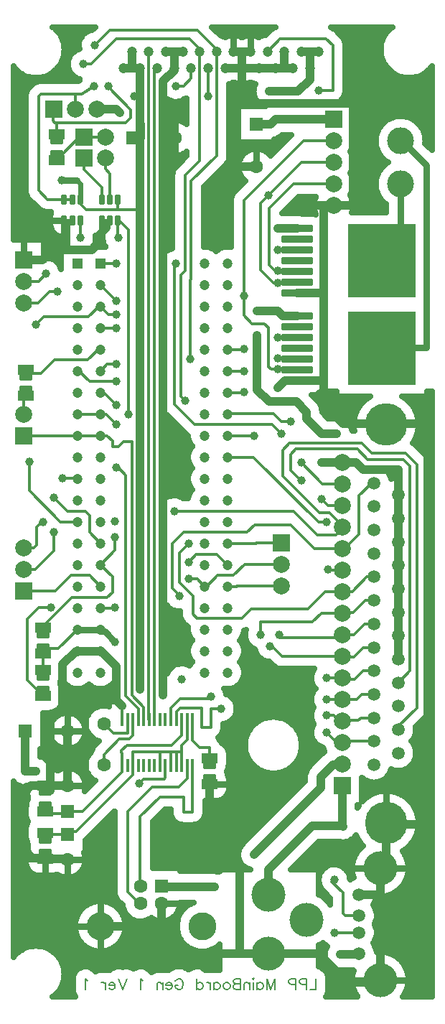
<source format=gbr>
G04 DipTrace 5.1.0.2*
G04 2 - Íèæíèé.gbr*
%MOMM*%
G04 #@! TF.FileFunction,Copper,L2,Bot*
G04 #@! TF.Part,Single*
%AMOUTLINE0*
4,1,28,
0.785,0.355,
0.785,-0.355,
0.77648,-0.4197,
0.75151,-0.48,
0.71178,-0.53178,
0.66,-0.57151,
0.5997,-0.59648,
0.535,-0.605,
-0.535,-0.605,
-0.5997,-0.59648,
-0.66,-0.57151,
-0.71178,-0.53178,
-0.75151,-0.48,
-0.77648,-0.4197,
-0.785,-0.355,
-0.785,0.355,
-0.77648,0.4197,
-0.75151,0.48,
-0.71178,0.53178,
-0.66,0.57151,
-0.5997,0.59648,
-0.535,0.605,
0.535,0.605,
0.5997,0.59648,
0.66,0.57151,
0.71178,0.53178,
0.75151,0.48,
0.77648,0.4197,
0.785,0.355,
0*%
%AMOUTLINE1*
4,1,28,
-0.785,-0.355,
-0.785,0.355,
-0.77648,0.4197,
-0.75151,0.48,
-0.71178,0.53178,
-0.66,0.57151,
-0.5997,0.59648,
-0.535,0.605,
0.535,0.605,
0.5997,0.59648,
0.66,0.57151,
0.71178,0.53178,
0.75151,0.48,
0.77648,0.4197,
0.785,0.355,
0.785,-0.355,
0.77648,-0.4197,
0.75151,-0.48,
0.71178,-0.53178,
0.66,-0.57151,
0.5997,-0.59648,
0.535,-0.605,
-0.535,-0.605,
-0.5997,-0.59648,
-0.66,-0.57151,
-0.71178,-0.53178,
-0.75151,-0.48,
-0.77648,-0.4197,
-0.785,-0.355,
0*%
%AMOUTLINE2*
4,1,28,
0.96,0.38,
0.96,-0.38,
0.95148,-0.4447,
0.92651,-0.505,
0.88678,-0.55678,
0.835,-0.59651,
0.7747,-0.62148,
0.71,-0.63,
-0.71,-0.63,
-0.7747,-0.62148,
-0.835,-0.59651,
-0.88678,-0.55678,
-0.92651,-0.505,
-0.95148,-0.4447,
-0.96,-0.38,
-0.96,0.38,
-0.95148,0.4447,
-0.92651,0.505,
-0.88678,0.55678,
-0.835,0.59651,
-0.7747,0.62148,
-0.71,0.63,
0.71,0.63,
0.7747,0.62148,
0.835,0.59651,
0.88678,0.55678,
0.92651,0.505,
0.95148,0.4447,
0.96,0.38,
0*%
%AMOUTLINE3*
4,1,28,
-0.96,-0.38,
-0.96,0.38,
-0.95148,0.4447,
-0.92651,0.505,
-0.88678,0.55678,
-0.835,0.59651,
-0.7747,0.62148,
-0.71,0.63,
0.71,0.63,
0.7747,0.62148,
0.835,0.59651,
0.88678,0.55678,
0.92651,0.505,
0.95148,0.4447,
0.96,0.38,
0.96,-0.38,
0.95148,-0.4447,
0.92651,-0.505,
0.88678,-0.55678,
0.835,-0.59651,
0.7747,-0.62148,
0.71,-0.63,
-0.71,-0.63,
-0.7747,-0.62148,
-0.835,-0.59651,
-0.88678,-0.55678,
-0.92651,-0.505,
-0.95148,-0.4447,
-0.96,-0.38,
0*%
%AMOUTLINE6*
4,1,28,
0.95998,0.38004,
0.96002,-0.37996,
0.9515,-0.44467,
0.92653,-0.50496,
0.8868,-0.55674,
0.83502,-0.59647,
0.77473,-0.62145,
0.71003,-0.62997,
-0.70997,-0.63003,
-0.77468,-0.62151,
-0.83498,-0.59654,
-0.88675,-0.55681,
-0.92649,-0.50504,
-0.95146,-0.44474,
-0.95998,-0.38004,
-0.96002,0.37996,
-0.9515,0.44467,
-0.92653,0.50496,
-0.8868,0.55674,
-0.83502,0.59647,
-0.77473,0.62145,
-0.71003,0.62997,
0.70997,0.63003,
0.77468,0.62151,
0.83498,0.59654,
0.88675,0.55681,
0.92649,0.50504,
0.95146,0.44474,
0.95998,0.38004,
0*%
%AMOUTLINE7*
4,1,28,
-0.95998,-0.38004,
-0.96002,0.37996,
-0.9515,0.44467,
-0.92653,0.50496,
-0.8868,0.55674,
-0.83502,0.59647,
-0.77473,0.62145,
-0.71003,0.62997,
0.70997,0.63003,
0.77468,0.62151,
0.83498,0.59654,
0.88675,0.55681,
0.92649,0.50504,
0.95146,0.44474,
0.95998,0.38004,
0.96002,-0.37996,
0.9515,-0.44467,
0.92653,-0.50496,
0.8868,-0.55674,
0.83502,-0.59647,
0.77473,-0.62145,
0.71003,-0.62997,
-0.70997,-0.63003,
-0.77468,-0.62151,
-0.83498,-0.59654,
-0.88675,-0.55681,
-0.92649,-0.50504,
-0.95146,-0.44474,
-0.95998,-0.38004,
0*%
%AMOUTLINE10*
4,1,28,
0.3,0.46,
0.3,-0.46,
0.29489,-0.49882,
0.2799,-0.535,
0.25607,-0.56607,
0.225,-0.5899,
0.18882,-0.60489,
0.15,-0.61,
-0.15,-0.61,
-0.18882,-0.60489,
-0.225,-0.5899,
-0.25607,-0.56607,
-0.2799,-0.535,
-0.29489,-0.49882,
-0.3,-0.46,
-0.3,0.46,
-0.29489,0.49882,
-0.2799,0.535,
-0.25607,0.56607,
-0.225,0.5899,
-0.18882,0.60489,
-0.15,0.61,
0.15,0.61,
0.18882,0.60489,
0.225,0.5899,
0.25607,0.56607,
0.2799,0.535,
0.29489,0.49882,
0.3,0.46,
0*%
%AMOUTLINE11*
4,1,28,
1.7323,-0.395,
-1.7323,-0.395,
-1.75888,-0.3915,
-1.78365,-0.38124,
-1.80492,-0.36492,
-1.82124,-0.34365,
-1.8315,-0.31888,
-1.835,-0.2923,
-1.835,0.2923,
-1.8315,0.31888,
-1.82124,0.34365,
-1.80492,0.36492,
-1.78365,0.38124,
-1.75888,0.3915,
-1.7323,0.395,
1.7323,0.395,
1.75888,0.3915,
1.78365,0.38124,
1.80492,0.36492,
1.82124,0.34365,
1.8315,0.31888,
1.835,0.2923,
1.835,-0.2923,
1.8315,-0.31888,
1.82124,-0.34365,
1.80492,-0.36492,
1.78365,-0.38124,
1.75888,-0.3915,
1.7323,-0.395,
0*%
G04 #@! TA.AperFunction,ViaPad*
%ADD15C,1.0*%
G04 #@! TA.AperFunction,Conductor*
%ADD16C,0.33*%
%ADD17C,0.3*%
G04 #@! TA.AperFunction,CopperBalancing*
%ADD18C,0.8*%
G04 #@! TA.AperFunction,Conductor*
%ADD19C,0.6*%
G04 #@! TA.AperFunction,CopperBalancing*
%ADD20C,0.635*%
G04 #@! TA.AperFunction,ComponentPad*
%ADD21R,2.0X2.0*%
%ADD22C,2.0*%
%ADD24R,1.6X1.6*%
%ADD25C,1.6*%
%ADD27C,1.5*%
%ADD28C,5.0*%
%ADD29C,3.175*%
%ADD30C,4.0*%
%ADD31C,1.2*%
%ADD35R,0.3X1.525*%
%ADD36R,8.04X8.67*%
G04 #@! TA.AperFunction,ComponentPad*
%ADD37R,1.2X1.2*%
%ADD38C,3.3*%
%ADD39C,1.5*%
%ADD45C,0.19608*%
%ADD48OUTLINE0*%
%ADD49OUTLINE1*%
%ADD50OUTLINE2*%
%ADD51OUTLINE3*%
%ADD54OUTLINE6*%
%ADD55OUTLINE7*%
%ADD58OUTLINE10*%
%ADD59OUTLINE11*%
%FSLAX35Y35*%
G04*
G71*
G90*
G75*
G01*
G04 Bottom*
%LPD*%
X3910000Y6335000D2*
D15*
X4075000D1*
X4160000Y6250000D1*
X4572200D1*
Y5951500D1*
X3810000Y9362000D2*
X3690000D1*
Y8329000D1*
Y7299000D1*
X3383000D1*
X2900000Y9820000D2*
X2670000D1*
Y10570000D1*
X4040000D1*
Y9362000D1*
X3810000D1*
X1930003Y10979988D2*
Y10960003D1*
X1800000Y10830000D1*
Y10160007D1*
Y9600000D1*
Y8940000D1*
Y8460000D1*
Y7700000D1*
Y6720000D1*
Y6110000D1*
Y4780000D1*
Y3800000D1*
X1075000Y9186500D2*
D16*
X1170000D1*
X632123D2*
X727123D1*
X1250000Y3800000D2*
D15*
Y3530000D1*
X1313994Y3466006D1*
D16*
Y3301191D1*
X2629998Y11180006D2*
D15*
X2730000D1*
Y11180011D1*
X2829998D1*
X2530003Y10980004D2*
X2730003Y10980009D1*
X2930003D1*
Y10980014D1*
X3129998D1*
X3130003Y10980019D1*
X3330003Y10980024D2*
X3130008D1*
X3229998Y11180022D2*
Y10980024D1*
X3330003D1*
X2730000Y11180011D2*
Y10980009D1*
X2730003D1*
X2730000Y10790000D1*
X2670000Y10730000D1*
Y10570000D1*
X788497Y4110807D2*
X1058497D1*
X1069193D1*
X1250000Y3930000D1*
Y3800000D1*
X4572200Y5951500D2*
Y5674600D1*
X4572233D1*
Y5397733D1*
Y5120867D1*
Y4844033D1*
Y4567167D1*
Y4290300D1*
X4572200D1*
Y4013433D1*
X4572233D1*
X3150000Y7210000D2*
X3240000Y7300000D1*
X3690000D1*
Y7000000D1*
X3700000D1*
X3910000Y6335000D2*
X3670000D1*
Y6330000D1*
X788497Y4110807D2*
X770807D1*
X610000Y3950000D1*
Y3430000D1*
X470000Y3290000D1*
Y2460000D1*
X410000D1*
Y2522500D2*
X667495D1*
X669995Y2520000D1*
X410000Y1657500D2*
X662500D1*
X670000Y1650000D1*
X410000Y2522500D2*
X242500D1*
X160000Y2440000D1*
Y1770000D1*
X260000Y1670000D1*
X397500D1*
X410000Y1657500D1*
X3383000Y8329000D2*
X3690000D1*
X3810000Y9362000D2*
X3608000D1*
X3600000Y9370000D1*
X1800000Y3800000D2*
Y3590000D1*
X1940000Y10160007D2*
X1800000D1*
X670000Y3170000D2*
Y2760000D1*
X669995Y2759995D1*
Y2520000D1*
X1057127Y865013D2*
X1784127D1*
Y1136013D1*
X4430000Y2080000D2*
Y2070000D1*
X4920000D1*
Y6790000D1*
X3921420D1*
X3711420Y7000000D1*
X3700000D1*
X1075000Y9186500D2*
D16*
D3*
X632123D2*
D3*
X157000Y8724000D2*
D15*
X374000D1*
X490000Y8840000D1*
X650000D1*
X960000D1*
X1040000Y8920000D1*
X1829998Y11179986D2*
X1930003D1*
Y11179991D1*
X2029998D1*
X1930003Y10979988D2*
Y11179991D1*
X1800000Y6110000D2*
D3*
Y4780000D2*
D3*
Y7700000D2*
D3*
Y8460000D2*
D3*
Y9600000D2*
D3*
Y8940000D2*
D3*
Y6720000D2*
D3*
X2030000Y10410000D2*
X1870000D1*
Y10230007D1*
X1940000Y10160007D1*
X1880000D1*
Y9910000D1*
X4040000Y10570000D2*
X4380000D1*
X4610000D1*
X4830000D1*
X2350006Y2537500D2*
X2350007Y2160000D1*
Y1560000D1*
X2700000D1*
Y540000D1*
X1784127D1*
Y1136013D1*
X1014000Y10500007D2*
X1249993D1*
X1290000Y10460000D1*
X4360000Y1547000D2*
Y1240000D1*
Y233000D1*
X1040000Y8920000D2*
Y9010000D1*
X1130000Y9100000D1*
Y9150000D1*
X650000Y8840000D2*
Y9143737D1*
X2700000Y540000D2*
X3040000D1*
X3630000D1*
X3970000Y200000D1*
X4327000D1*
X4360000Y233000D1*
X2510000Y2160000D2*
X2350007D1*
X4110000Y1240000D2*
X4360000D1*
X4430000Y2080000D2*
Y1617000D1*
X4360000Y1547000D1*
X1441993Y3301193D2*
D17*
Y3111993D1*
D16*
X1400000Y3070000D1*
X1280000D1*
X1100000Y2890000D1*
Y2766000D1*
X1377993Y3301193D2*
D17*
Y3140000D1*
D16*
X1214000D1*
X1100000Y3254000D1*
X4600020Y10124000D2*
D18*
X4616000D1*
X4900000Y9840000D1*
Y7690000D1*
X4389000D1*
X4379000Y7680000D1*
X180000Y7422500D2*
D16*
X190000D1*
Y7380000D1*
X360000D1*
X520000Y7540000D1*
X910000D1*
X1036803Y7666803D1*
X1058497D1*
X4600020Y9616000D2*
D18*
Y8931020D1*
X4379000Y8710000D1*
X510000Y5920000D2*
D16*
X670000Y5760000D1*
X880000D1*
X930000Y5710000D1*
Y5509300D1*
X1058497Y5380803D1*
X157000Y8216000D2*
X326000D1*
X460000Y8350000D1*
X550000D1*
X822123Y9435500D2*
Y9377877D1*
X890000Y9310000D1*
X1260000D1*
Y9430500D1*
X1265000Y9435500D1*
X2330003Y10980000D2*
Y10650000D1*
X2330000D1*
X1826007Y2758803D2*
D17*
Y2616007D1*
X1810000Y2600000D1*
D16*
X1570000D1*
X1520000Y2550000D1*
X1784127Y1336013D2*
D15*
Y1330000D1*
X2410000D1*
X1058497Y4364803D2*
D18*
Y4340000D1*
X1106863D1*
X1226863Y4220000D1*
X1230000D1*
X788497Y4364803D2*
X1058497D1*
X380000Y3820000D2*
D16*
Y4077500D1*
Y4140000D2*
X563693D1*
X788497Y4364803D1*
X1260000Y9310000D2*
X1530000D1*
D15*
Y4220000D1*
Y3660000D1*
X1530003Y10979977D2*
Y10650000D1*
D18*
X1460000D1*
X1530003D2*
D15*
X1530000Y10330947D1*
Y9310000D1*
X1440000Y10159993D2*
D18*
X1540000D1*
Y10330947D1*
X1530000D1*
X170000Y3170000D2*
D15*
Y2690000D1*
X300000D1*
X1330003Y10979973D2*
X1429997D1*
Y10979977D1*
X1530003D1*
X1429997Y11179977D2*
Y10979977D1*
X822123Y9435500D2*
D19*
Y9617877D1*
X780000Y9660000D1*
D18*
X600000D1*
X2870000Y1710000D2*
D15*
X3660000Y2500000D1*
Y2628580D1*
X3801420Y2770000D1*
X3882000D1*
X3891000Y2779000D1*
X3910000D1*
X4110000Y540000D2*
Y520000D1*
X4100000Y530000D1*
X3890000D1*
X4110000Y990000D2*
D16*
X3950000D1*
X3920000Y1020000D1*
Y1260000D1*
X3790000Y1390000D1*
X3810000Y1410000D1*
X3820000D1*
X1953993Y3301207D2*
D17*
Y3393993D1*
X2000000Y3440000D1*
D16*
X2250000D1*
Y3210000D1*
X2360000D1*
Y3430000D1*
X2480000D1*
X180000Y7180000D2*
X157000D1*
Y6897000D1*
X2429997Y11180000D2*
Y11200003D1*
X2200000Y11430000D1*
X1170000D1*
X990000Y11250000D1*
X2429997Y11180000D2*
Y9949997D1*
X2130000Y9650000D1*
Y8490000D1*
X2120000Y8480000D1*
Y7550000D1*
X4110000Y790000D2*
X4100000D1*
X4075000Y765000D1*
X4050000Y790000D1*
X3910000D1*
X3820000D1*
X1889993Y3301203D2*
D17*
Y3439993D1*
X2000000Y3550000D1*
D16*
X2360000D1*
Y3570000D1*
X1730003Y10979983D2*
X1697993Y10947973D1*
Y3301200D1*
X3910000Y3287000D2*
X3873000D1*
X3810000Y3350000D1*
X3730000D1*
X4287767Y3322567D2*
X4132567D1*
X4100000Y3290000D1*
X3913000D1*
X3910000Y3287000D1*
X2558497Y7666803D2*
X2746803D1*
X2750000Y7670000D1*
X1629997Y11179980D2*
Y3520000D1*
D17*
Y3305197D1*
X1633993Y3301200D1*
X2082007Y2758807D2*
Y2612007D1*
X1980000Y2510000D1*
D16*
X1670000D1*
X1380000Y2220000D1*
Y1270000D1*
X1513987Y1136013D1*
X1534127D1*
X3150000Y9090000D2*
D15*
X3383000Y9091000D1*
X2910000Y8120000D2*
X3150000D1*
X3209000Y8061000D1*
X3383000D1*
X3810000Y10378000D2*
X3250000D1*
X3128000D1*
X3070000Y10320000D1*
X2900000D1*
X3250000Y10380000D2*
Y10378000D1*
X3629997Y11180033D2*
X3530003D1*
Y11180027D1*
X3429997D1*
X3530003Y10980030D2*
Y10850003D1*
X3390000Y10710000D1*
X3050000D1*
X3040000Y1240000D2*
Y1530000D1*
X3560000Y2050000D1*
X3910000D1*
Y2525000D1*
X3850000Y6670000D2*
X3670200D1*
X3490000Y6850200D1*
Y6930000D1*
X3370000Y7050000D1*
X3050000D1*
X2910000Y7190000D1*
Y7830000D1*
X3920000Y2040000D2*
X3910000Y2050000D1*
X3530003Y10980030D2*
Y11180027D1*
X3910000Y5319000D2*
D16*
X3581000D1*
X3300000Y5600000D1*
X2880000D1*
X2790000Y5510000D1*
X2040000D1*
X1910000Y5380000D1*
Y4850670D1*
X1990000Y4770670D1*
Y4760000D1*
X1058497Y4618803D2*
X1228803D1*
X1230000Y4620000D1*
X480000D2*
X330000D1*
X200000Y4490000D1*
Y3764173D1*
X380000Y3584173D1*
Y3577500D1*
X4287767Y6091167D2*
X4261167D1*
X4110000Y5940000D1*
Y5490000D1*
X3939000Y5319000D1*
X3910000D1*
X3150000Y8840000D2*
X3383000D1*
Y8837000D1*
X2558497Y6904803D2*
Y6910000D1*
X3100000D1*
X3190000Y6820000D1*
X3300000D1*
X3910000Y3795000D2*
X3735000D1*
X3730000Y3790000D1*
X4287767Y3876267D2*
X4156267D1*
X4060000Y3780000D1*
X3925000D1*
X3910000Y3795000D1*
Y4049000D2*
X3201000D1*
X3080000Y4170000D1*
X3060000D1*
X2750000Y7160000D2*
Y7158807D1*
X2558497D1*
X4287767Y4153133D2*
X4163133D1*
X4050000Y4040000D1*
X3919000D1*
X3910000Y4049000D1*
X2558497Y6650803D2*
X2870000D1*
Y6650000D1*
X3170000Y4300000D2*
Y4270000D1*
X3877000D1*
X3910000Y4303000D1*
X4287767Y4430000D2*
X4180000D1*
X4050000Y4300000D1*
X3913000D1*
X3910000Y4303000D1*
Y4557000D2*
X3667000D1*
X3560000Y4450000D1*
X2950000D1*
Y4300000D1*
X1058497Y7412803D2*
X1062803D1*
X1140000Y7490000D1*
X1250000D1*
X4287767Y4706867D2*
X4186867D1*
X4040000Y4560000D1*
X3913000D1*
X3910000Y4557000D1*
X3150000Y8590000D2*
Y8580000D1*
X3376000D1*
X3379000Y8583000D1*
X3383000D1*
X3810000Y9616000D2*
X3336000D1*
X3050000Y9330000D1*
Y8660000D1*
X3120000Y8590000D1*
X3150000D1*
X3383000Y7553000D2*
X3157000D1*
X3150000Y7560000D1*
X1058497Y7920807D2*
X1249193D1*
X1250000Y7920000D1*
X1534127Y1336013D2*
X1530000D1*
Y2160000D1*
X1760000Y2390000D1*
X2040000D1*
Y2210000D1*
X2146007D1*
Y2758810D1*
X3910000Y4811000D2*
X3711000D1*
X3510000Y4610000D1*
X2840000D1*
X2730000Y4500000D1*
X2196670D1*
X2150000Y4546670D1*
Y4760000D1*
X1990000Y4920000D1*
Y5270000D1*
X2100000Y5380000D1*
X1058497Y7158807D2*
X1101193D1*
X1250000Y7010000D1*
X4287767Y4983733D2*
X4203733D1*
X4030000Y4810000D1*
X3911000D1*
X3910000Y4811000D1*
Y5065000D2*
X3745000D1*
X3740000Y5070000D1*
X3430000Y6120000D2*
X3420000D1*
X3300000Y6240000D1*
Y6430000D1*
X3360000Y6490000D1*
X4090000D1*
X4210000Y6370000D1*
X4630000D1*
X4710000Y6290000D1*
Y3874333D1*
X4572233Y3736567D1*
X3730000Y5630000D2*
X3630000D1*
X2863193Y6396807D1*
X2558497D1*
X157000Y4816000D2*
X526000D1*
X710000Y5000000D1*
X931303D1*
X1058497Y4872807D1*
X380000Y5630000D2*
X370000D1*
X310000Y5570000D1*
Y5360000D1*
X274000Y5324000D1*
X157000D1*
X3190000Y6670000D2*
X3080000Y6780000D1*
X2170000D1*
X1930000Y7020000D1*
Y8680000D1*
X1950000D1*
X1058497Y8682803D2*
X1247197D1*
X1250000Y8680000D1*
X3910000Y3541000D2*
X3731000D1*
X3730000Y3540000D1*
X4287767Y3599433D2*
X4139433D1*
X4081000Y3541000D1*
X3910000D1*
X727123Y9435500D2*
X632123D1*
X760000Y10500000D2*
Y10680000D1*
X840000D1*
X360000D1*
X330000Y10650000D1*
Y9540000D1*
X434500Y9435500D1*
X632123D1*
X3630000Y10720000D2*
X3800000D1*
Y11250000D1*
X3720000Y11330000D1*
X3179980D1*
X3029997Y11180017D1*
X3430000Y6330000D2*
X3679000Y6081000D1*
X3910000D1*
X980000Y10770000D2*
X840000Y10680000D1*
X3150000Y7810000D2*
X3360000D1*
X3363000Y7807000D1*
X3383000D1*
X3910000Y5573000D2*
Y5550000D1*
X3840000Y5480000D1*
X3620000D1*
X3340000Y5760000D1*
X1930000D1*
X4572233Y3182867D2*
Y3222233D1*
X4790000Y3440000D1*
Y6310000D1*
X4660000Y6440000D1*
X4260000D1*
X4140000Y6560000D1*
X3290000D1*
X3210000Y6480000D1*
Y6170000D1*
X3640000Y5740000D1*
X3760000D1*
X3910000Y5590000D1*
Y5573000D1*
X1230000Y5450000D2*
Y5298307D1*
X1058497Y5126803D1*
X1063197D1*
X1200000Y4990000D1*
Y4800000D1*
X1140000Y4740000D1*
X720000D1*
X380000Y4400000D1*
Y4320000D1*
X788497Y7412803D2*
X808497D1*
X931300Y7290000D1*
X1250000D1*
X2229998Y11179996D2*
Y9889998D1*
X2060000Y9720000D1*
Y8590000D1*
X2010000Y8540000D1*
Y7110000D1*
X2060000Y7060000D1*
X510000Y5510000D2*
Y5290000D1*
X290000Y5070000D1*
X157000D1*
X2229998Y11179996D2*
Y11210002D1*
X2110000Y11330000D1*
X1250000D1*
X950000Y11030000D1*
X860000D1*
X157000Y8470000D2*
X330000D1*
X420000Y8560000D1*
X3150000Y7430000D2*
X3120000D1*
X3124000Y7426000D1*
X3383000D1*
X3810000Y10124000D2*
X3454000D1*
X2750000Y9420000D1*
Y8300000D1*
Y8070000D1*
X2850000Y7970000D1*
X2993330D1*
X3040000Y7923330D1*
Y7463330D1*
X3073330Y7430000D1*
X3150000D1*
X2750000Y8300000D2*
D3*
X1058497Y8174803D2*
X1153300Y8080000D1*
X1250000D1*
X788497Y5634807D2*
X585193D1*
X220000Y6000000D1*
Y6340000D1*
X1058497Y8174803D2*
X1044803D1*
X920000Y8050000D1*
X390000D1*
X300000Y7960000D1*
X3150000Y8450000D2*
X3156000Y8456000D1*
X3383000D1*
X3810000Y9870000D2*
X3430000D1*
X3040000Y9480000D1*
X2950000Y9390000D1*
Y8600000D1*
X3100000Y8450000D1*
X3150000D1*
X1058497Y8428803D2*
X1247300Y8240000D1*
X1250000D1*
X3040000Y9480000D2*
D3*
X610000Y6150000D2*
X775737D1*
X782933Y6142803D1*
X788497D1*
X3910000Y3033000D2*
X3847000D1*
X3730000Y3150000D1*
X4287800Y3045700D2*
X3922700D1*
X3910000Y3033000D1*
X2558497Y7412803D2*
X2747197D1*
X2750000Y7410000D1*
X2288497Y4872807D2*
X2312807D1*
X2440000Y5000000D1*
X2630000D1*
X2760000Y5130000D1*
X3190000D1*
X822123Y9186500D2*
Y8982123D1*
X820000Y8980000D1*
X2100000Y4960000D2*
X2201303D1*
X2288497Y4872807D1*
X1265000Y9186500D2*
Y8985000D1*
X1270000Y8980000D1*
X1265000Y9186500D2*
X1283810D1*
X1390000Y9080310D1*
Y6900000D1*
X2100000Y5160000D2*
X2190000Y5250000D1*
X2435300D1*
X2558497Y5126803D1*
X788497Y6904803D2*
X1058497D1*
X1125197D1*
X1250000Y6780000D1*
Y6270000D2*
X1270000D1*
X1360000Y6180000D1*
Y3580000D1*
X1510000Y3430000D1*
D17*
Y3305200D1*
X1505993Y3301197D1*
X788497Y6650803D2*
D16*
X1058497D1*
X788497D2*
X157000D1*
Y6643000D1*
X1058497Y6650803D2*
X1139197D1*
X1200000Y6590000D1*
Y6520000D1*
X1270000D1*
X1330000Y6580000D1*
X1430000D1*
Y3590000D1*
X1569993Y3450007D1*
D17*
Y3301197D1*
X1442007Y2758793D2*
D16*
Y2920000D1*
X1762007D1*
Y2758800D1*
X2018007Y2758807D2*
Y2920000D1*
X1954007D1*
X1890007D1*
Y2758803D1*
X2081993Y3301207D2*
Y3061993D1*
X2018007Y2998007D1*
Y2920000D1*
X1954007Y2758807D2*
D17*
Y2920000D1*
X1762007D2*
D16*
X1890007D1*
X410000Y1900000D2*
Y1950000D1*
X670000D1*
X1442007Y2758793D2*
D17*
Y2652007D1*
D16*
X770000Y1980000D1*
X700000D1*
X670000Y1950000D1*
X1314007Y2758790D2*
Y2905993D1*
X1310000Y2910000D1*
Y2940000D1*
X1370000Y3000000D1*
X1900000D1*
X2017993Y3117993D1*
Y3301207D1*
X410000Y2280000D2*
Y2190000D1*
X633337D1*
X663337Y2220000D1*
X670003D1*
X1314007Y2758790D2*
D17*
Y2684007D1*
D16*
X850000Y2220000D1*
X670003D1*
X2145993Y3301210D2*
D17*
Y3054007D1*
X2230000Y2970000D1*
X2349997D1*
D16*
Y2780000D1*
X2558497Y4872807D2*
X2667193D1*
X2670387Y4876000D1*
X3190000D1*
X2558497Y5380803D2*
X2894133D1*
X2897330Y5384000D1*
X3190000D1*
X1075000Y9435500D2*
Y9575000D1*
X863000Y9787000D1*
Y9920000D1*
X1170000Y9435500D2*
Y9740000D1*
X1117000Y9793000D1*
Y9920000D1*
X540000Y9960000D2*
X600000D1*
X810000Y10170000D1*
X863000D1*
X1117000D1*
X506000Y10499993D2*
X500000D1*
Y10360000D1*
X520000Y10340000D1*
X540000D1*
Y10140000D1*
X520000Y10340000D2*
X1360000D1*
X1420000Y10400000D1*
Y10491000D1*
X1150000Y10761000D1*
Y10770000D1*
X2130003Y10979993D2*
Y10860003D1*
X2040000Y10770000D1*
X1950000D1*
X3670000Y5900000D2*
X3743000Y5827000D1*
X3910000D1*
D15*
X610000Y6150000D3*
X3150000Y8840000D3*
Y8590000D3*
Y8450000D3*
Y7810000D3*
Y7430000D3*
X2910000Y8120000D3*
X3150000Y9090000D3*
X3250000Y10380000D3*
X820000Y8980000D3*
X3740000Y5070000D3*
X3430000Y6120000D3*
X3150000Y7560000D3*
Y7210000D3*
X1040000Y8920000D3*
X1270000Y8980000D3*
X1250000Y6780000D3*
Y6270000D3*
X2870000Y6650000D3*
X3170000Y4300000D3*
X1230000Y5450000D3*
X1950000Y10770000D3*
X3050000Y10710000D3*
X1250000Y8240000D3*
X3040000Y9480000D3*
X1250000Y8680000D3*
X1520000Y2550000D3*
X2410000Y1330000D3*
X1230000Y4220000D3*
X510000Y5920000D3*
X1250000Y7920000D3*
Y8080000D3*
X1230000Y5640000D3*
X510000Y5510000D3*
X1230000Y4620000D3*
X480000D3*
X1250000Y7290000D3*
X2060000Y7060000D3*
X600000Y9660000D3*
X300000Y2690000D3*
X1530000Y4220000D3*
X3730000Y3540000D3*
Y3350000D3*
Y3150000D3*
Y3790000D3*
X3670000Y5900000D3*
X3430000Y6330000D3*
X3700000Y7000000D3*
X2100000Y5160000D3*
Y4960000D3*
X380000Y5630000D3*
X3670000Y6330000D3*
X2750000Y7410000D3*
Y7670000D3*
X3600000Y9370000D3*
X3850000Y6670000D3*
X3920000Y2040000D3*
X980000Y10770000D3*
X1290000Y10460000D3*
X2030000Y10410000D3*
X1800000Y6110000D3*
Y4780000D3*
Y7700000D3*
Y8460000D3*
Y8940000D3*
Y9600000D3*
Y6720000D3*
X3820000Y1410000D3*
Y790000D3*
X2480000Y3430000D3*
X2360000Y3570000D3*
X2870000Y1710000D3*
X3890000Y530000D3*
X4380000Y10570000D3*
X4610000D3*
X4830000D3*
X860000Y11030000D3*
X990000Y11250000D3*
X2510000Y2160000D3*
X220000Y6340000D3*
X550000Y8350000D3*
X2120000Y7550000D3*
X300000Y7960000D3*
X420000Y8560000D3*
X1800000Y3800000D3*
X1250000D3*
X2020000Y3780000D3*
X1460000Y10650000D3*
X2330000D3*
X2910000Y7830000D3*
X3300000Y6820000D3*
X3060000Y4170000D3*
X2750000Y7160000D3*
X2950000Y4300000D3*
X1250000Y7490000D3*
X2100000Y5380000D3*
X1250000Y7010000D3*
X3730000Y5630000D3*
X1930000Y5760000D3*
X1950000Y8680000D3*
X3190000Y6670000D3*
X3630000Y10720000D3*
X2750000Y8300000D3*
X1390000Y6900000D3*
X1990000Y4760000D3*
X1150000Y10770000D3*
X568410Y11405083D2*
D20*
X886477D1*
X2442733D2*
X3037247D1*
X3862740D2*
X4431593D1*
X607330Y11341917D2*
X825363D1*
X3924263D2*
X4392677D1*
X629660Y11278750D2*
X802897D1*
X3953063D2*
X4370343D1*
X638727Y11215583D2*
X803900D1*
X3955890D2*
X4361277D1*
X635673Y11152417D2*
X717583D1*
X3955890D2*
X4364330D1*
X620133Y11089250D2*
X680487D1*
X3955890D2*
X4379870D1*
X590010Y11026083D2*
X670690D1*
X3955890D2*
X4409947D1*
X539837Y10962917D2*
X683360D1*
X3955890D2*
X4460170D1*
X38123Y10899750D2*
X150200D1*
X449783D2*
X725057D1*
X3955890D2*
X4550220D1*
X4849803D2*
X4961880D1*
X38123Y10836583D2*
X800710D1*
X3955890D2*
X4961880D1*
X38123Y10773417D2*
X235607D1*
X2585877D2*
X2871953D1*
X3955890D2*
X4961880D1*
X38123Y10710250D2*
X186797D1*
X2585877D2*
X2860650D1*
X3955570D2*
X4961880D1*
X38123Y10647083D2*
X174127D1*
X2585877D2*
X2871770D1*
X3936887D2*
X4961880D1*
X38123Y10583917D2*
X174127D1*
X1853883D2*
X2074107D1*
X2585877D2*
X2911010D1*
X4049360D2*
X4961880D1*
X38123Y10520750D2*
X174127D1*
X1853883D2*
X2074107D1*
X2585877D2*
X2680637D1*
X4049360D2*
X4961880D1*
X38123Y10457583D2*
X174127D1*
X1853883D2*
X2074107D1*
X2585877D2*
X2680637D1*
X4049360D2*
X4961880D1*
X38123Y10394417D2*
X174127D1*
X1853883D2*
X2074107D1*
X2585877D2*
X2680637D1*
X4049360D2*
X4484093D1*
X4715953D2*
X4961880D1*
X38123Y10331250D2*
X174127D1*
X2585877D2*
X2680637D1*
X4049360D2*
X4388300D1*
X4811750D2*
X4961880D1*
X38123Y10268083D2*
X174127D1*
X2585877D2*
X2680637D1*
X4049360D2*
X4339947D1*
X4860103D2*
X4961880D1*
X38123Y10204917D2*
X174127D1*
X2585877D2*
X2680637D1*
X4049360D2*
X4313333D1*
X4886717D2*
X4961880D1*
X38123Y10141750D2*
X174127D1*
X2585877D2*
X2680637D1*
X3119353D2*
X3253943D1*
X4048677D2*
X4302440D1*
X4897610D2*
X4961880D1*
X38123Y10078583D2*
X174127D1*
X2585877D2*
X3190780D1*
X4044893D2*
X4305450D1*
X4912467D2*
X4961880D1*
X38123Y10015417D2*
X174127D1*
X2585877D2*
X2808880D1*
X2991157D2*
X3127617D1*
X4022517D2*
X4322857D1*
X38123Y9952250D2*
X174127D1*
X1853883D2*
X1886577D1*
X1993430D2*
X2074107D1*
X2585877D2*
X2726667D1*
X4034367D2*
X4357813D1*
X38123Y9889083D2*
X174127D1*
X1853883D2*
X2011263D1*
X2572890D2*
X2692123D1*
X4048587D2*
X4420610D1*
X38123Y9825917D2*
X174127D1*
X1853883D2*
X1948100D1*
X2523717D2*
X2680730D1*
X4045167D2*
X4391033D1*
X38123Y9762750D2*
X174127D1*
X1853883D2*
X1910363D1*
X2460550D2*
X2688477D1*
X4023200D2*
X4341497D1*
X38123Y9699583D2*
X174127D1*
X1853883D2*
X1904120D1*
X2397387D2*
X2717917D1*
X4033863D2*
X4314107D1*
X38123Y9636417D2*
X174127D1*
X1853883D2*
X1904120D1*
X2334223D2*
X2748633D1*
X4048493D2*
X4302623D1*
X38123Y9573250D2*
X174127D1*
X1853883D2*
X1904120D1*
X2285870D2*
X2685470D1*
X4045393D2*
X4305040D1*
X38123Y9510083D2*
X177137D1*
X1853883D2*
X1904120D1*
X2285870D2*
X2624310D1*
X4023883D2*
X4321810D1*
X38123Y9446917D2*
X206620D1*
X1853883D2*
X1904120D1*
X2285870D2*
X2596557D1*
X3384723D2*
X3586673D1*
X4033363D2*
X4355897D1*
X38123Y9383750D2*
X268463D1*
X1853883D2*
X1904120D1*
X2285870D2*
X2594140D1*
X3321560D2*
X3571633D1*
X4048357D2*
X4417057D1*
X38123Y9320583D2*
X332493D1*
X1853883D2*
X1904120D1*
X2285870D2*
X2594140D1*
X3258397D2*
X3574323D1*
X4045670D2*
X4420657D1*
X38123Y9257417D2*
X464883D1*
X1853883D2*
X1904120D1*
X2285870D2*
X2594140D1*
X38123Y9194250D2*
X462740D1*
X1853883D2*
X1904120D1*
X2285870D2*
X2594140D1*
X38123Y9131083D2*
X463060D1*
X1853883D2*
X1904120D1*
X2285870D2*
X2594140D1*
X38123Y9067917D2*
X481790D1*
X1853883D2*
X1904120D1*
X2285870D2*
X2594140D1*
X38123Y9004750D2*
X551743D1*
X1853883D2*
X1904120D1*
X2285870D2*
X2594140D1*
X396370Y8941583D2*
X634687D1*
X1005270D2*
X1084720D1*
X1853883D2*
X1904120D1*
X2285870D2*
X2594140D1*
X396370Y8878417D2*
X661393D1*
X978610D2*
X1111427D1*
X1853883D2*
X1904120D1*
X2285870D2*
X2594140D1*
X396370Y8815250D2*
X589113D1*
X396370Y8752083D2*
X589113D1*
X3575447Y7109750D2*
X4228797D1*
X4631190D2*
X4961880D1*
X3637427Y7046583D2*
X4148633D1*
X4711353D2*
X4961880D1*
X3671423Y6983417D2*
X4099093D1*
X4760890D2*
X4961880D1*
X3685140Y6920250D2*
X4067240D1*
X4792790D2*
X4961880D1*
X3748307Y6857083D2*
X4048463D1*
X4811520D2*
X4961880D1*
X1853883Y6793917D2*
X1938300D1*
X3991027D2*
X4040897D1*
X4819133D2*
X4961880D1*
X1853883Y6730750D2*
X2001463D1*
X4816170D2*
X4961880D1*
X1853883Y6667583D2*
X2065083D1*
X4802497D2*
X4961880D1*
X1853883Y6604417D2*
X2094797D1*
X4776750D2*
X4961880D1*
X1853883Y6541250D2*
X2123237D1*
X4776567D2*
X4961880D1*
X1853883Y6478083D2*
X2107057D1*
X4839730D2*
X4961880D1*
X1853883Y6414917D2*
X2089967D1*
X4902893D2*
X4961880D1*
X1853883Y6351750D2*
X2094480D1*
X1853883Y6288583D2*
X2122323D1*
X1853883Y6225417D2*
X2107693D1*
X1853883Y6162250D2*
X2090103D1*
X4489593D2*
X4554140D1*
X1853883Y6099083D2*
X2094160D1*
X1853883Y6035917D2*
X2121413D1*
X1853883Y5972750D2*
X2108333D1*
X2041827Y5909583D2*
X2090240D1*
X1853883Y4583083D2*
X1936797D1*
X1853883Y4519917D2*
X1996543D1*
X1853883Y4456750D2*
X2024207D1*
X1853883Y4393583D2*
X2085273D1*
X1853883Y4330417D2*
X2092200D1*
X1853883Y4267250D2*
X2115580D1*
X2731390D2*
X2763580D1*
X1853883Y4204083D2*
X2113163D1*
X2733853D2*
X2787780D1*
X1853883Y4140917D2*
X2091470D1*
X2755500D2*
X2853177D1*
X1853883Y4077750D2*
X2091973D1*
X2754997D2*
X2895560D1*
X1853883Y4014583D2*
X2114803D1*
X2732167D2*
X2956993D1*
X1853883Y3951417D2*
X1949510D1*
X2733077D2*
X3080767D1*
X2755270Y3888250D2*
X3569220D1*
X2755227Y3825083D2*
X3544017D1*
X2732940Y3761917D2*
X3542787D1*
X596163Y3698750D2*
X671327D1*
X905650D2*
X941347D1*
X2675657D2*
X3564980D1*
X614073Y3635583D2*
X1204120D1*
X2537203D2*
X3567577D1*
X615350Y3572417D2*
X1204303D1*
X2601280D2*
X3543517D1*
X612433Y3509250D2*
X1159640D1*
X2651320D2*
X3543243D1*
X584817Y3446083D2*
X1001550D1*
X2668683D2*
X3566577D1*
X478630Y3382917D2*
X657017D1*
X682993D2*
X924077D1*
X2663213D2*
X3543607D1*
X389353Y3319750D2*
X512140D1*
X827857D2*
X891033D1*
X2632453D2*
X3001563D1*
X3198467D2*
X3543150D1*
X4887537D2*
X4961880D1*
X389353Y3256583D2*
X469030D1*
X2544860D2*
X2881797D1*
X3318233D2*
X3566257D1*
X4824373D2*
X4961880D1*
X389353Y3193417D2*
X451940D1*
X2514967D2*
X2822870D1*
X3377113D2*
X3545840D1*
X4786320D2*
X4961880D1*
X389353Y3130250D2*
X454357D1*
X885643D2*
X920247D1*
X2492817D2*
X2787460D1*
X3412570D2*
X3541693D1*
X4779847D2*
X4961880D1*
X389353Y3067083D2*
X477140D1*
X862857D2*
X991477D1*
X2470077D2*
X2767727D1*
X3432257D2*
X3560470D1*
X4751410D2*
X4961880D1*
X389353Y3003917D2*
X530233D1*
X809763D2*
X996127D1*
X2526040D2*
X2760937D1*
X3439093D2*
X3613380D1*
X4762120D2*
X4961880D1*
X359367Y2940750D2*
X953013D1*
X2573437D2*
X2766223D1*
X3433760D2*
X3689667D1*
X4783677D2*
X4961880D1*
X359367Y2877583D2*
X912180D1*
X2585377D2*
X2784223D1*
X3415760D2*
X3643820D1*
X4784633D2*
X4961880D1*
X440577Y2814417D2*
X886203D1*
X2585377D2*
X2817447D1*
X3382537D2*
X3580657D1*
X4765357D2*
X4961880D1*
X478813Y2751250D2*
X881147D1*
X2576123D2*
X2872637D1*
X3327347D2*
X3517813D1*
X4717597D2*
X4961880D1*
X807210Y2688083D2*
X895410D1*
X2558853D2*
X2977773D1*
X3222257D2*
X3480580D1*
X4485857D2*
X4961880D1*
X861717Y2624917D2*
X934057D1*
X2577447D2*
X3470643D1*
X4444340D2*
X4961880D1*
X885233Y2561750D2*
X973933D1*
X2585377D2*
X3456563D1*
X4149393D2*
X4261333D1*
X4314183D2*
X4961880D1*
X38123Y2498583D2*
X174630D1*
X2585377D2*
X3393397D1*
X4149393D2*
X4961880D1*
X38123Y2435417D2*
X182467D1*
X2571793D2*
X3330233D1*
X4149393D2*
X4280887D1*
X4579100D2*
X4961880D1*
X38123Y2372250D2*
X201017D1*
X2521027D2*
X3267070D1*
X4683917D2*
X4961880D1*
X38123Y2309083D2*
X183970D1*
X2301867D2*
X3203907D1*
X4743300D2*
X4961880D1*
X38123Y2245917D2*
X174630D1*
X2301867D2*
X3140743D1*
X4781580D2*
X4961880D1*
X38123Y2182750D2*
X174630D1*
X1190570D2*
X1224127D1*
X1770530D2*
X1886620D1*
X2299360D2*
X3077577D1*
X4805323D2*
X4961880D1*
X38123Y2119583D2*
X186433D1*
X1127407D2*
X1224127D1*
X1707367D2*
X1914557D1*
X2271423D2*
X3014413D1*
X4817310D2*
X4961880D1*
X38123Y2056417D2*
X184837D1*
X1064243D2*
X1224127D1*
X1685857D2*
X2951250D1*
X4818630D2*
X4961880D1*
X38123Y1993250D2*
X174630D1*
X1001033D2*
X1224127D1*
X1685857D2*
X2888087D1*
X4809423D2*
X4961880D1*
X38123Y1930083D2*
X174630D1*
X937870D2*
X1224127D1*
X1685857D2*
X2824920D1*
X4788827D2*
X4961880D1*
X38123Y1866917D2*
X185473D1*
X889380D2*
X1224127D1*
X1685857D2*
X2761757D1*
X3642073D2*
X3854187D1*
X3985830D2*
X4105383D1*
X4754647D2*
X4961880D1*
X38123Y1803750D2*
X199693D1*
X889380D2*
X1224127D1*
X1685857D2*
X2706477D1*
X3578910D2*
X4141570D1*
X4701643D2*
X4961880D1*
X38123Y1740583D2*
X181190D1*
X889380D2*
X1224127D1*
X1685857D2*
X2683190D1*
X3515747D2*
X4082690D1*
X4637340D2*
X4961880D1*
X38123Y1677417D2*
X174630D1*
X887603D2*
X1224127D1*
X1685857D2*
X2683553D1*
X3452583D2*
X4047233D1*
X4672753D2*
X4961880D1*
X38123Y1614250D2*
X174720D1*
X886370D2*
X1224127D1*
X1685857D2*
X2707663D1*
X3389420D2*
X4027500D1*
X4692530D2*
X4961880D1*
X38123Y1551083D2*
X190213D1*
X864997D2*
X1224127D1*
X1685857D2*
X2772877D1*
X3326253D2*
X3697050D1*
X3942947D2*
X4020663D1*
X4699367D2*
X4961880D1*
X38123Y1487917D2*
X245130D1*
X814593D2*
X1224127D1*
X3991937D2*
X4025903D1*
X4694080D2*
X4961880D1*
X38123Y1424750D2*
X1224127D1*
X4676123D2*
X4961880D1*
X38123Y1361583D2*
X1224127D1*
X4642993D2*
X4961880D1*
X38123Y1298417D2*
X1224127D1*
X4587940D2*
X4961880D1*
X38123Y1235250D2*
X1228230D1*
X3650413D2*
X3726947D1*
X4483443D2*
X4961880D1*
X38123Y1172083D2*
X1260630D1*
X4312953D2*
X4961880D1*
X38123Y1108917D2*
X879503D1*
X1234730D2*
X1316503D1*
X2001770D2*
X2083540D1*
X4287023D2*
X4961880D1*
X38123Y1045750D2*
X813833D1*
X1300447D2*
X1334823D1*
X1983447D2*
X2017827D1*
X4316780D2*
X4961880D1*
X38123Y982583D2*
X776920D1*
X1337317D2*
X1379987D1*
X1938240D2*
X1980910D1*
X4324257D2*
X4961880D1*
X38123Y919417D2*
X757780D1*
X1356503D2*
X1961770D1*
X4312043D2*
X4961880D1*
X38123Y856250D2*
X752903D1*
X1361377D2*
X1956893D1*
X4313547D2*
X4961880D1*
X38123Y793083D2*
X761563D1*
X1352673D2*
X1965553D1*
X4324347D2*
X4961880D1*
X38123Y729917D2*
X785123D1*
X1329113D2*
X1989113D1*
X4315507D2*
X4961880D1*
X38123Y666750D2*
X828280D1*
X1286000D2*
X2032273D1*
X4283923D2*
X4961880D1*
X38123Y603583D2*
X157403D1*
X442583D2*
X907713D1*
X1206567D2*
X2111707D1*
X2410557D2*
X2461887D1*
X3638110D2*
X3716053D1*
X4314413D2*
X4961880D1*
X536417Y540417D2*
X2461887D1*
X3638110D2*
X3700923D1*
X4494380D2*
X4961880D1*
X587960Y477250D2*
X2461887D1*
X3638110D2*
X3708397D1*
X4592727D2*
X4961880D1*
X618950Y414083D2*
X2461887D1*
X3638110D2*
X3742030D1*
X4645817D2*
X4961880D1*
X635173Y350917D2*
X775690D1*
X983897D2*
X1168663D1*
X1636820D2*
X1864837D1*
X2302003D2*
X2461887D1*
X3707427D2*
X3845890D1*
X4677810D2*
X4961880D1*
X638863Y287750D2*
X736633D1*
X3746390D2*
X4025177D1*
X4694853D2*
X4961880D1*
X630433Y224583D2*
X730617D1*
X3752317D2*
X4020753D1*
X4699277D2*
X4961880D1*
X608877Y161417D2*
X730617D1*
X3752317D2*
X4028410D1*
X4691573D2*
X4961880D1*
X570960Y98250D2*
X732213D1*
X3750767D2*
X4049100D1*
X4670883D2*
X4961880D1*
X507707Y35083D2*
X758100D1*
X3724837D2*
X4085833D1*
X4634197D2*
X4961880D1*
X3902347Y10611020D2*
X4043020D1*
Y10144980D1*
X4042087D1*
X4043020Y10124000D1*
X4041853Y10100707D1*
X4038380Y10077737D1*
X4032640Y10055227D1*
X4024687Y10033400D1*
X4014600Y10012477D1*
X4005260Y9997207D1*
X4014957Y9980867D1*
X4024977Y9959910D1*
X4032860Y9938057D1*
X4038530Y9915530D1*
X4041927Y9892550D1*
X4043020Y9870000D1*
X4041853Y9846707D1*
X4038380Y9823737D1*
X4032640Y9801227D1*
X4024687Y9779400D1*
X4014600Y9758477D1*
X4005260Y9743207D1*
X4014687Y9727360D1*
X4024760Y9706427D1*
X4032697Y9684593D1*
X4038417Y9662080D1*
X4041870Y9639107D1*
X4043020Y9616000D1*
X4041853Y9592707D1*
X4038380Y9569737D1*
X4032640Y9547227D1*
X4024687Y9525400D1*
X4014600Y9504477D1*
X4005260Y9489207D1*
X4010487Y9480760D1*
X4014343Y9473993D1*
X4017970Y9467103D1*
X4021367Y9460097D1*
X4024527Y9452977D1*
X4027447Y9445760D1*
X4030123Y9438447D1*
X4032557Y9431047D1*
X4034737Y9423573D1*
X4036670Y9416030D1*
X4038350Y9408423D1*
X4039773Y9400767D1*
X4040940Y9393070D1*
X4041850Y9385333D1*
X4042500Y9377573D1*
X4042890Y9369797D1*
X4043020Y9362000D1*
X4042890Y9354223D1*
X4042500Y9346447D1*
X4041850Y9338687D1*
X4040943Y9330950D1*
X4039777Y9323253D1*
X4038353Y9315597D1*
X4036673Y9307990D1*
X4034743Y9300447D1*
X4032560Y9292970D1*
X4030130Y9285573D1*
X4027453Y9278260D1*
X4026750Y9276520D1*
X4427017D1*
X4427000Y9381077D1*
X4421917Y9384897D1*
X4404120Y9399777D1*
X4387560Y9416023D1*
X4372343Y9433537D1*
X4358567Y9452203D1*
X4346317Y9471903D1*
X4335670Y9492517D1*
X4326693Y9513910D1*
X4319447Y9535947D1*
X4313973Y9558493D1*
X4310310Y9581400D1*
X4308477Y9604527D1*
X4308487Y9627727D1*
X4310340Y9650853D1*
X4314023Y9673757D1*
X4319517Y9696297D1*
X4326783Y9718330D1*
X4335777Y9739717D1*
X4346440Y9760317D1*
X4358710Y9780010D1*
X4372503Y9798663D1*
X4387733Y9816160D1*
X4404307Y9832393D1*
X4422120Y9847260D1*
X4441057Y9860663D1*
X4456617Y9869913D1*
X4440840Y9879477D1*
X4421917Y9892897D1*
X4404120Y9907777D1*
X4387560Y9924023D1*
X4372343Y9941537D1*
X4358567Y9960203D1*
X4346317Y9979903D1*
X4335670Y10000517D1*
X4326693Y10021910D1*
X4319447Y10043947D1*
X4313973Y10066493D1*
X4310310Y10089400D1*
X4308477Y10112527D1*
X4308487Y10135727D1*
X4310340Y10158853D1*
X4314023Y10181757D1*
X4319517Y10204297D1*
X4326783Y10226330D1*
X4335777Y10247717D1*
X4346440Y10268317D1*
X4358710Y10288010D1*
X4372503Y10306663D1*
X4387733Y10324160D1*
X4404307Y10340393D1*
X4422120Y10355260D1*
X4441057Y10368663D1*
X4460997Y10380520D1*
X4481817Y10390753D1*
X4503383Y10399303D1*
X4525563Y10406110D1*
X4548210Y10411133D1*
X4571187Y10414343D1*
X4594347Y10415713D1*
X4617540Y10415243D1*
X4640627Y10412930D1*
X4663453Y10408790D1*
X4685880Y10402850D1*
X4707763Y10395147D1*
X4728963Y10385730D1*
X4749350Y10374660D1*
X4768793Y10362003D1*
X4787170Y10347840D1*
X4804363Y10332263D1*
X4820263Y10315370D1*
X4834770Y10297267D1*
X4847797Y10278070D1*
X4859253Y10257897D1*
X4869070Y10236877D1*
X4877190Y10215143D1*
X4883553Y10192833D1*
X4888127Y10170090D1*
X4890877Y10147053D1*
X4891790Y10124000D1*
X4890857Y10100690D1*
X4890120Y10094550D1*
X4968240Y10016447D1*
X4968250Y11003100D1*
X4954837Y10986033D1*
X4939290Y10968780D1*
X4922577Y10952650D1*
X4904780Y10937727D1*
X4885987Y10924080D1*
X4866287Y10911780D1*
X4845777Y10900880D1*
X4824553Y10891440D1*
X4802727Y10883503D1*
X4780400Y10877110D1*
X4757680Y10872287D1*
X4734680Y10869063D1*
X4711510Y10867450D1*
X4688283Y10867457D1*
X4665117Y10869083D1*
X4642117Y10872323D1*
X4619400Y10877160D1*
X4597077Y10883567D1*
X4575253Y10891517D1*
X4554040Y10900970D1*
X4533537Y10911880D1*
X4513843Y10924197D1*
X4495057Y10937853D1*
X4477270Y10952787D1*
X4460567Y10968927D1*
X4445033Y10986190D1*
X4430740Y11004497D1*
X4417757Y11023757D1*
X4406150Y11043873D1*
X4395977Y11064753D1*
X4387283Y11086290D1*
X4380113Y11108380D1*
X4374500Y11130917D1*
X4370473Y11153793D1*
X4368053Y11176890D1*
X4367250Y11200103D1*
X4368067Y11223313D1*
X4370503Y11246413D1*
X4374543Y11269283D1*
X4380170Y11291817D1*
X4387353Y11313903D1*
X4396060Y11335437D1*
X4406247Y11356307D1*
X4417867Y11376417D1*
X4430860Y11395670D1*
X4445163Y11413967D1*
X4460710Y11431220D1*
X4477423Y11447350D1*
X4495220Y11462273D1*
X4503460Y11468257D1*
X3776950Y11468250D1*
X3787470Y11463433D1*
X3807390Y11451323D1*
X3825200Y11436250D1*
X3905727Y11355727D1*
X3920873Y11338010D1*
X3933083Y11318153D1*
X3942060Y11296640D1*
X3947583Y11273997D1*
X3949517Y11250743D1*
X3949520Y10720000D1*
X3947703Y10696760D1*
X3942297Y10674087D1*
X3933433Y10652530D1*
X3921323Y10632610D1*
X3906250Y10614800D1*
X3902347Y10611020D1*
X3602600Y9255813D2*
X3598633Y9263903D1*
X3595473Y9271023D1*
X3592553Y9278240D1*
X3589877Y9285553D1*
X3587443Y9292953D1*
X3585263Y9300427D1*
X3583330Y9307970D1*
X3581650Y9315577D1*
X3580227Y9323233D1*
X3579060Y9330930D1*
X3578150Y9338667D1*
X3577500Y9346427D1*
X3577110Y9354203D1*
X3576980Y9361990D1*
X3577110Y9369777D1*
X3577500Y9377553D1*
X3578150Y9385313D1*
X3579057Y9393050D1*
X3580223Y9400747D1*
X3581647Y9408403D1*
X3583327Y9416010D1*
X3585257Y9423553D1*
X3587440Y9431030D1*
X3589870Y9438427D1*
X3592547Y9445740D1*
X3595467Y9452960D1*
X3598627Y9460077D1*
X3601727Y9466477D1*
X3397950Y9466480D1*
X3204693Y9273240D1*
X3382213Y9274020D1*
X3405490Y9272633D1*
X3428403Y9268300D1*
X3443107Y9263517D1*
X3556167Y9263520D1*
X3564480Y9263283D1*
X3587583Y9260047D1*
X3602600Y9255813D1*
X2579517Y9950080D2*
X2579513Y10793480D1*
X2583700Y10794603D1*
X2591123Y10796917D1*
X2598447Y10799527D1*
X2605657Y10802427D1*
X2612747Y10805617D1*
X2619700Y10809090D1*
X2626510Y10812840D1*
X2630040Y10814937D1*
X2633490Y10812850D1*
X2640300Y10809100D1*
X2647253Y10805627D1*
X2654343Y10802437D1*
X2661553Y10799533D1*
X2668877Y10796923D1*
X2676297Y10794610D1*
X2683807Y10792600D1*
X2691390Y10790890D1*
X2699037Y10789490D1*
X2706733Y10788397D1*
X2714467Y10787613D1*
X2722227Y10787147D1*
X2730000Y10786990D1*
X2737770Y10787147D1*
X2745530Y10787613D1*
X2753267Y10788397D1*
X2760963Y10789487D1*
X2768607Y10790890D1*
X2776193Y10792597D1*
X2783700Y10794610D1*
X2791123Y10796920D1*
X2798447Y10799530D1*
X2805657Y10802433D1*
X2812747Y10805623D1*
X2819700Y10809097D1*
X2826510Y10812847D1*
X2830040Y10814940D1*
X2833490Y10812857D1*
X2840300Y10809103D1*
X2847253Y10805630D1*
X2854343Y10802440D1*
X2861553Y10799540D1*
X2868877Y10796930D1*
X2876297Y10794617D1*
X2883807Y10792603D1*
X2886390Y10792020D1*
X2879170Y10775680D1*
X2872207Y10753427D1*
X2868127Y10730470D1*
X2867000Y10707180D1*
X2868847Y10683933D1*
X2873630Y10661113D1*
X2881277Y10639087D1*
X2891663Y10618210D1*
X2904620Y10598823D1*
X2919933Y10581240D1*
X2937360Y10565747D1*
X2956617Y10552597D1*
X2960660Y10550267D1*
X2964760Y10548040D1*
X2968917Y10545920D1*
X2973127Y10543907D1*
X2977387Y10542000D1*
X2981693Y10540203D1*
X2986047Y10538517D1*
X2990437Y10536943D1*
X2994870Y10535480D1*
X2999337Y10534133D1*
X3003370Y10533020D1*
X2686980D1*
Y10106980D1*
X3113020D1*
Y10142117D1*
X3130483Y10147263D1*
X3151953Y10156353D1*
X3172097Y10168103D1*
X3190597Y10182333D1*
X3199470Y10190640D1*
X3203803Y10194980D1*
X3313520Y10194973D1*
X3068660Y9950117D1*
X3063733Y9956267D1*
X3058650Y9962157D1*
X3053350Y9967853D1*
X3047850Y9973357D1*
X3042150Y9978653D1*
X3036260Y9983740D1*
X3030190Y9988607D1*
X3023943Y9993250D1*
X3017533Y9997660D1*
X3010967Y10001833D1*
X3004253Y10005767D1*
X2997397Y10009450D1*
X2990413Y10012880D1*
X2983310Y10016053D1*
X2976093Y10018967D1*
X2968777Y10021613D1*
X2961367Y10023990D1*
X2953877Y10026093D1*
X2946313Y10027923D1*
X2938690Y10029477D1*
X2931013Y10030750D1*
X2923293Y10031743D1*
X2915547Y10032453D1*
X2907777Y10032877D1*
X2899997Y10033020D1*
X2892217Y10032877D1*
X2884447Y10032450D1*
X2876697Y10031740D1*
X2868980Y10030750D1*
X2861303Y10029477D1*
X2853680Y10027923D1*
X2846117Y10026093D1*
X2838627Y10023987D1*
X2831217Y10021610D1*
X2823900Y10018963D1*
X2816683Y10016050D1*
X2809580Y10012877D1*
X2802593Y10009447D1*
X2795740Y10005763D1*
X2789027Y10001830D1*
X2782460Y9997657D1*
X2776050Y9993243D1*
X2769803Y9988603D1*
X2763733Y9983733D1*
X2757843Y9978650D1*
X2752147Y9973350D1*
X2746643Y9967850D1*
X2741347Y9962150D1*
X2736260Y9956260D1*
X2731393Y9950190D1*
X2726750Y9943943D1*
X2722340Y9937533D1*
X2718167Y9930967D1*
X2714233Y9924253D1*
X2710550Y9917397D1*
X2707120Y9910413D1*
X2703947Y9903310D1*
X2701033Y9896093D1*
X2698387Y9888777D1*
X2696010Y9881367D1*
X2693907Y9873877D1*
X2692077Y9866313D1*
X2690523Y9858690D1*
X2689250Y9851013D1*
X2688257Y9843293D1*
X2687547Y9835547D1*
X2687123Y9827777D1*
X2686980Y9819997D1*
X2687123Y9812217D1*
X2687550Y9804447D1*
X2688260Y9796697D1*
X2689250Y9788980D1*
X2690523Y9781303D1*
X2692077Y9773680D1*
X2693907Y9766117D1*
X2696013Y9758627D1*
X2698390Y9751217D1*
X2701037Y9743900D1*
X2703950Y9736683D1*
X2707123Y9729580D1*
X2710553Y9722593D1*
X2714237Y9715740D1*
X2718170Y9709027D1*
X2722343Y9702460D1*
X2726757Y9696050D1*
X2731397Y9689803D1*
X2736267Y9683733D1*
X2741350Y9677843D1*
X2746650Y9672147D1*
X2752150Y9666643D1*
X2757850Y9661347D1*
X2763740Y9656260D1*
X2769887Y9651340D1*
X2643733Y9525183D1*
X2628677Y9507390D1*
X2616567Y9487470D1*
X2607703Y9465913D1*
X2602297Y9443240D1*
X2600480Y9420000D1*
X2600467Y8870990D1*
X2581773Y8874417D1*
X2558507Y8875827D1*
X2535240Y8874420D1*
X2512313Y8870220D1*
X2490060Y8863287D1*
X2468807Y8853723D1*
X2448857Y8841667D1*
X2430510Y8827290D1*
X2423243Y8820540D1*
X2413010Y8830297D1*
X2394327Y8844227D1*
X2374097Y8855807D1*
X2352620Y8864863D1*
X2330207Y8871267D1*
X2307187Y8874920D1*
X2283893Y8875773D1*
X2279517Y8875403D1*
X2279513Y9588060D1*
X2537870Y9846460D1*
X2552650Y9864483D1*
X2564450Y9884587D1*
X2572983Y9906277D1*
X2578043Y9929053D1*
X2579517Y9950080D1*
X200800Y2342460D2*
X206473Y2365117D1*
X207540Y2371760D1*
X205127Y2379150D1*
X203080Y2386653D1*
X201403Y2394247D1*
X200103Y2401917D1*
X199180Y2409647D1*
X195947Y2417373D1*
X192817Y2424493D1*
X190040Y2431760D1*
X187627Y2439150D1*
X185580Y2446653D1*
X183903Y2454247D1*
X182603Y2461917D1*
X181680Y2469637D1*
X181140Y2477403D1*
X180980Y2484640D1*
Y2506980D1*
X170000D1*
X146730Y2508467D1*
X123837Y2512897D1*
X101693Y2520203D1*
X80660Y2530267D1*
X61077Y2542923D1*
X43243Y2557983D1*
X31750Y2570063D1*
X31740Y496793D1*
X45163Y513967D1*
X60710Y531220D1*
X77423Y547350D1*
X95220Y562273D1*
X114013Y575920D1*
X133713Y588220D1*
X154223Y599120D1*
X175447Y608560D1*
X197273Y616497D1*
X219600Y622890D1*
X242320Y627713D1*
X265320Y630937D1*
X288490Y632550D1*
X311717Y632543D1*
X334883Y630917D1*
X357883Y627677D1*
X380600Y622840D1*
X402923Y616433D1*
X424747Y608483D1*
X445960Y599030D1*
X466463Y588120D1*
X486157Y575803D1*
X504943Y562147D1*
X522730Y547213D1*
X539433Y531073D1*
X554967Y513810D1*
X569260Y495503D1*
X582243Y476243D1*
X593850Y456127D1*
X604023Y435247D1*
X612717Y413710D1*
X619887Y391620D1*
X625500Y369083D1*
X629527Y346207D1*
X631947Y323110D1*
X632750Y300000D1*
X631933Y276687D1*
X629497Y253587D1*
X625457Y230717D1*
X619830Y208183D1*
X612647Y186097D1*
X603940Y164563D1*
X593753Y143693D1*
X582133Y123583D1*
X569140Y104330D1*
X554837Y86033D1*
X539290Y68780D1*
X522577Y52650D1*
X504780Y37727D1*
X496540Y31743D1*
X766967Y31750D1*
X756407Y47403D1*
X746353Y68430D1*
X739853Y90813D1*
X737080Y113953D1*
X736980Y119317D1*
Y246783D1*
X738880Y270013D1*
X744537Y292627D1*
X753793Y314017D1*
X766407Y333617D1*
X782040Y350903D1*
X800273Y365417D1*
X820630Y376773D1*
X842560Y384667D1*
X865480Y388890D1*
X888783Y389327D1*
X911847Y385967D1*
X934060Y378903D1*
X954823Y368320D1*
X973610Y354483D1*
X980453Y348117D1*
X984873Y343727D1*
X994597Y337770D1*
X1004117Y329533D1*
X1004773Y329583D1*
X1022043Y337840D1*
X1044427Y344340D1*
X1067570Y347113D1*
X1072930Y347213D1*
X1091203Y347210D1*
X1106670Y346373D1*
X1107320Y346493D1*
X1130623Y346930D1*
X1153350Y343620D1*
X1156667Y344343D1*
X1170640Y346470D1*
X1171387Y347360D1*
X1189077Y362537D1*
X1208997Y374637D1*
X1230620Y383337D1*
X1253370Y388403D1*
X1276640Y389700D1*
X1299813Y387197D1*
X1322060Y381023D1*
X1337957Y386090D1*
X1361017Y389460D1*
X1384320Y389037D1*
X1407247Y384830D1*
X1429180Y376947D1*
X1449540Y365603D1*
X1451377Y364147D1*
X1453213Y365417D1*
X1473567Y376773D1*
X1495497Y384667D1*
X1518420Y388890D1*
X1541723Y389327D1*
X1564787Y385967D1*
X1586997Y378903D1*
X1607763Y368320D1*
X1626547Y354483D1*
X1633390Y348117D1*
X1637813Y343727D1*
X1647533Y337770D1*
X1663663Y323813D1*
X1668687Y326423D1*
X1680530Y332277D1*
X1693233Y337840D1*
X1715613Y344340D1*
X1738757Y347113D1*
X1744117Y347213D1*
X1762250Y347210D1*
X1777717Y346373D1*
X1778367Y346493D1*
X1801670Y346930D1*
X1824397Y343620D1*
X1827690Y344340D1*
X1850833Y347113D1*
X1856193Y347213D1*
X1866877D1*
X1874150Y353317D1*
X1893610Y366147D1*
X1898360Y368633D1*
X1910367Y374637D1*
X1923420Y380377D1*
X1945803Y386877D1*
X1968943Y389650D1*
X1974307Y389750D1*
X1998533D1*
X2007453Y389473D1*
X2030520Y386133D1*
X2052737Y379087D1*
X2061877Y374963D1*
X2074157Y368893D1*
X2094150Y356870D1*
X2100860Y351737D1*
X2118223Y365557D1*
X2138580Y376913D1*
X2160510Y384807D1*
X2183430Y389030D1*
X2206733Y389467D1*
X2229797Y386107D1*
X2252010Y379043D1*
X2272773Y368460D1*
X2291543Y354640D1*
X2299187Y346800D1*
X2300223Y346437D1*
X2309133Y347210D1*
X2328103D1*
X2343570Y346373D1*
X2344220Y346493D1*
X2367523Y346930D1*
X2376510Y345620D1*
X2379203Y345713D1*
X2383433Y346493D1*
X2406737Y346930D1*
X2408923Y346613D1*
X2416683Y347113D1*
X2422043Y347213D1*
X2440093D1*
X2453690Y346567D1*
X2468250Y344430D1*
X2468237Y650937D1*
X2454730Y638443D1*
X2436357Y623953D1*
X2416903Y610947D1*
X2396490Y599510D1*
X2375240Y589707D1*
X2353290Y581603D1*
X2330770Y575243D1*
X2307820Y570673D1*
X2284583Y567917D1*
X2261200Y566993D1*
X2237817Y567907D1*
X2214577Y570650D1*
X2191627Y575210D1*
X2169103Y581557D1*
X2147147Y589650D1*
X2125893Y599443D1*
X2105473Y610870D1*
X2086013Y623867D1*
X2067633Y638350D1*
X2050447Y654230D1*
X2034557Y671410D1*
X2020067Y689783D1*
X2007060Y709237D1*
X1995623Y729650D1*
X1985820Y750900D1*
X1977717Y772850D1*
X1971357Y795370D1*
X1966787Y818320D1*
X1964030Y841557D1*
X1963107Y864940D1*
X1964020Y888323D1*
X1966763Y911563D1*
X1971323Y934513D1*
X1977670Y957037D1*
X1985763Y978993D1*
X1995557Y1000247D1*
X2006983Y1020667D1*
X2019980Y1040127D1*
X2034463Y1058507D1*
X2050343Y1075693D1*
X2067523Y1091583D1*
X2085897Y1106073D1*
X2105350Y1119080D1*
X2125763Y1130517D1*
X2147013Y1140320D1*
X2165040Y1146977D1*
X1997147Y1146967D1*
Y1122993D1*
X1996717D1*
X1996580Y1120467D1*
X1995870Y1112720D1*
X1994877Y1105007D1*
X1994277Y1101163D1*
X1992863Y1093510D1*
X1991173Y1085917D1*
X1989203Y1078387D1*
X1986963Y1070937D1*
X1984450Y1063573D1*
X1981670Y1056303D1*
X1978630Y1049143D1*
X1975327Y1042097D1*
X1971770Y1035177D1*
X1967960Y1028390D1*
X1963907Y1021747D1*
X1959613Y1015260D1*
X1955087Y1008930D1*
X1950330Y1002770D1*
X1945353Y996790D1*
X1940163Y990993D1*
X1934760Y985393D1*
X1929160Y979990D1*
X1923363Y974800D1*
X1917383Y969820D1*
X1911227Y965063D1*
X1904897Y960537D1*
X1898407Y956243D1*
X1891767Y952190D1*
X1884980Y948380D1*
X1878060Y944823D1*
X1871017Y941520D1*
X1863853Y938477D1*
X1856587Y935697D1*
X1849223Y933183D1*
X1841770Y930940D1*
X1834243Y928973D1*
X1826647Y927280D1*
X1818997Y925867D1*
X1811297Y924733D1*
X1803563Y923883D1*
X1795803Y923313D1*
X1788027Y923030D1*
X1780247D1*
X1772470Y923313D1*
X1764710Y923880D1*
X1756973Y924730D1*
X1749277Y925863D1*
X1741623Y927277D1*
X1734030Y928967D1*
X1726500Y930937D1*
X1719050Y933177D1*
X1711687Y935690D1*
X1704417Y938470D1*
X1697257Y941510D1*
X1690210Y944813D1*
X1683290Y948370D1*
X1676503Y952180D1*
X1669860Y956233D1*
X1663373Y960527D1*
X1658863Y963727D1*
X1650760Y957760D1*
X1630443Y946013D1*
X1608957Y936570D1*
X1586563Y929547D1*
X1563533Y925033D1*
X1540143Y923080D1*
X1516683Y923710D1*
X1493433Y926917D1*
X1470680Y932663D1*
X1448693Y940877D1*
X1427743Y951460D1*
X1408087Y964280D1*
X1389960Y979190D1*
X1373583Y996000D1*
X1359157Y1014510D1*
X1346853Y1034497D1*
X1336820Y1055713D1*
X1329183Y1077907D1*
X1324037Y1100807D1*
X1322320Y1116227D1*
X1274273Y1164273D1*
X1259127Y1181990D1*
X1246917Y1201847D1*
X1237940Y1223360D1*
X1232417Y1246003D1*
X1230483Y1269257D1*
X1230480Y2220023D1*
X1218250Y2216797D1*
X883020Y1881583D1*
Y1736980D1*
X864470Y1736943D1*
X867517Y1729780D1*
X870297Y1722513D1*
X872813Y1715150D1*
X875057Y1707700D1*
X877027Y1700173D1*
X878720Y1692577D1*
X880137Y1684927D1*
X881273Y1677230D1*
X882127Y1669493D1*
X882697Y1661733D1*
X882983Y1653960D1*
X883020Y1650000D1*
X882877Y1642223D1*
X882453Y1634453D1*
X881743Y1626707D1*
X880750Y1618987D1*
X879477Y1611310D1*
X877923Y1603687D1*
X876093Y1596123D1*
X873990Y1588633D1*
X871613Y1581223D1*
X868967Y1573907D1*
X866053Y1566690D1*
X862880Y1559587D1*
X859450Y1552603D1*
X855767Y1545747D1*
X851833Y1539033D1*
X847660Y1532467D1*
X843250Y1526057D1*
X838607Y1519810D1*
X833740Y1513740D1*
X828653Y1507850D1*
X823357Y1502150D1*
X817853Y1496650D1*
X812157Y1491350D1*
X806267Y1486267D1*
X800197Y1481397D1*
X793950Y1476757D1*
X787540Y1472343D1*
X780973Y1468170D1*
X774260Y1464237D1*
X767407Y1460553D1*
X760420Y1457123D1*
X753317Y1453950D1*
X746100Y1451037D1*
X738783Y1448390D1*
X731373Y1446013D1*
X723883Y1443907D1*
X716320Y1442077D1*
X708697Y1440523D1*
X701020Y1439250D1*
X693303Y1438260D1*
X685553Y1437550D1*
X677783Y1437123D1*
X670003Y1436980D1*
X662223Y1437123D1*
X654453Y1437547D1*
X646707Y1438257D1*
X638987Y1439250D1*
X631310Y1440523D1*
X623687Y1442077D1*
X616123Y1443907D1*
X608633Y1446010D1*
X601223Y1448387D1*
X593907Y1451033D1*
X586690Y1453947D1*
X579587Y1457120D1*
X572603Y1460550D1*
X565747Y1464233D1*
X559033Y1468167D1*
X552467Y1472340D1*
X547150Y1475997D1*
X543970Y1474570D1*
X536763Y1471647D1*
X529420Y1469080D1*
X521963Y1466880D1*
X514403Y1465050D1*
X506763Y1463593D1*
X499063Y1462517D1*
X491317Y1461817D1*
X483547Y1461500D1*
X426443Y1461480D1*
X338330D1*
X330557Y1461707D1*
X322803Y1462313D1*
X315087Y1463300D1*
X307433Y1464667D1*
X299853Y1466407D1*
X292367Y1468517D1*
X284997Y1470993D1*
X277753Y1473830D1*
X270660Y1477020D1*
X263733Y1480557D1*
X256990Y1484427D1*
X250443Y1488627D1*
X244110Y1493140D1*
X238010Y1497963D1*
X232153Y1503080D1*
X226553Y1508477D1*
X221227Y1514143D1*
X216187Y1520067D1*
X211443Y1526230D1*
X207007Y1532617D1*
X202893Y1539217D1*
X199107Y1546010D1*
X195663Y1552983D1*
X192563Y1560113D1*
X189820Y1567390D1*
X187437Y1574793D1*
X185420Y1582307D1*
X183777Y1589907D1*
X182507Y1597580D1*
X181620Y1605307D1*
X181110Y1613067D1*
X180980Y1619500D1*
Y1696170D1*
X181207Y1703943D1*
X181813Y1711697D1*
X182800Y1719413D1*
X184167Y1727067D1*
X185907Y1734647D1*
X188017Y1742133D1*
X190493Y1749503D1*
X193330Y1756747D1*
X196523Y1763847D1*
X199313Y1771700D1*
X200300Y1779413D1*
X201667Y1787070D1*
X203407Y1794650D1*
X205517Y1802133D1*
X207997Y1809513D1*
X203080Y1826653D1*
X199180Y1849660D1*
X192817Y1864493D1*
X185580Y1886653D1*
X181680Y1909660D1*
X180980Y1924630D1*
X181027Y2004283D1*
X183300Y2027483D1*
X188963Y2050097D1*
X197907Y2071650D1*
X203690Y2097880D1*
X193153Y2118677D1*
X185793Y2140797D1*
X181767Y2163757D1*
X180980Y2179500D1*
Y2255430D1*
X181207Y2263943D1*
X184163Y2287067D1*
X190503Y2309527D1*
X882877Y3162223D2*
X882453Y3154453D1*
X881743Y3146707D1*
X880750Y3138987D1*
X879477Y3131310D1*
X877923Y3123687D1*
X876093Y3116123D1*
X873990Y3108633D1*
X871613Y3101223D1*
X868967Y3093907D1*
X866053Y3086690D1*
X862880Y3079587D1*
X859450Y3072603D1*
X855767Y3065747D1*
X851833Y3059033D1*
X847660Y3052467D1*
X843250Y3046057D1*
X838607Y3039810D1*
X833740Y3033740D1*
X828653Y3027850D1*
X823357Y3022150D1*
X817853Y3016650D1*
X812157Y3011350D1*
X806267Y3006267D1*
X800197Y3001397D1*
X793950Y2996757D1*
X787540Y2992343D1*
X780973Y2988170D1*
X774260Y2984237D1*
X767407Y2980553D1*
X760420Y2977123D1*
X753317Y2973950D1*
X746100Y2971037D1*
X738783Y2968390D1*
X731373Y2966013D1*
X723883Y2963907D1*
X716320Y2962077D1*
X708697Y2960523D1*
X701020Y2959250D1*
X693303Y2958260D1*
X685553Y2957550D1*
X677783Y2957123D1*
X670003Y2956980D1*
X662223Y2957123D1*
X654453Y2957547D1*
X646707Y2958257D1*
X638987Y2959250D1*
X631310Y2960523D1*
X623687Y2962077D1*
X616123Y2963907D1*
X608633Y2966010D1*
X601223Y2968387D1*
X593907Y2971033D1*
X586690Y2973947D1*
X579587Y2977120D1*
X572603Y2980550D1*
X565747Y2984233D1*
X559033Y2988167D1*
X552467Y2992340D1*
X546057Y2996750D1*
X539810Y3001393D1*
X533740Y3006260D1*
X527850Y3011347D1*
X522150Y3016643D1*
X516650Y3022147D1*
X511350Y3027843D1*
X506267Y3033733D1*
X501397Y3039803D1*
X496757Y3046050D1*
X492343Y3052460D1*
X488170Y3059027D1*
X484237Y3065740D1*
X480553Y3072593D1*
X477123Y3079580D1*
X473950Y3086683D1*
X471037Y3093900D1*
X468390Y3101217D1*
X466013Y3108627D1*
X463907Y3116117D1*
X462077Y3123680D1*
X460523Y3131303D1*
X459250Y3138980D1*
X458260Y3146697D1*
X457550Y3154447D1*
X457123Y3162217D1*
X456980Y3169997D1*
X457123Y3177777D1*
X457547Y3185547D1*
X458257Y3193293D1*
X459250Y3201013D1*
X460523Y3208690D1*
X462077Y3216313D1*
X463907Y3223877D1*
X466010Y3231367D1*
X468387Y3238777D1*
X471033Y3246093D1*
X473947Y3253310D1*
X477120Y3260413D1*
X480550Y3267397D1*
X484233Y3274253D1*
X488167Y3280967D1*
X492340Y3287533D1*
X496750Y3293943D1*
X501393Y3300190D1*
X506260Y3306260D1*
X511347Y3312150D1*
X516643Y3317850D1*
X522147Y3323350D1*
X527843Y3328650D1*
X533733Y3333733D1*
X539803Y3338603D1*
X546050Y3343243D1*
X552460Y3347657D1*
X559027Y3351830D1*
X565740Y3355763D1*
X572593Y3359447D1*
X579580Y3362877D1*
X586683Y3366050D1*
X593900Y3368963D1*
X601217Y3371610D1*
X608627Y3373987D1*
X616117Y3376093D1*
X623680Y3377923D1*
X631303Y3379477D1*
X638980Y3380750D1*
X646697Y3381740D1*
X654447Y3382450D1*
X662217Y3382877D1*
X669997Y3383020D1*
X677777Y3382877D1*
X685547Y3382453D1*
X693293Y3381743D1*
X701013Y3380750D1*
X708690Y3379477D1*
X716313Y3377923D1*
X723877Y3376093D1*
X731367Y3373990D1*
X738777Y3371613D1*
X746093Y3368967D1*
X753310Y3366053D1*
X760413Y3362880D1*
X767397Y3359450D1*
X774253Y3355767D1*
X780967Y3351833D1*
X787533Y3347660D1*
X793943Y3343250D1*
X800190Y3338607D1*
X806260Y3333740D1*
X812150Y3328653D1*
X817850Y3323357D1*
X823350Y3317853D1*
X828650Y3312157D1*
X833733Y3306267D1*
X838603Y3300197D1*
X843243Y3293950D1*
X847657Y3287540D1*
X851830Y3280973D1*
X855763Y3274260D1*
X859447Y3267407D1*
X862877Y3260420D1*
X866050Y3253317D1*
X868963Y3246100D1*
X871610Y3238783D1*
X873987Y3231373D1*
X876093Y3223883D1*
X877923Y3216320D1*
X879477Y3208697D1*
X880750Y3201020D1*
X881740Y3193303D1*
X882450Y3185553D1*
X882877Y3177783D1*
X883020Y3170000D1*
X882877Y3162223D1*
X2080480Y9999913D2*
X2076267Y9996273D1*
X2070197Y9991407D1*
X2063950Y9986763D1*
X2057540Y9982350D1*
X2050973Y9978177D1*
X2044260Y9974247D1*
X2037407Y9970560D1*
X2030420Y9967130D1*
X2023317Y9963957D1*
X2016100Y9961043D1*
X2008783Y9958397D1*
X2001373Y9956020D1*
X1993883Y9953913D1*
X1986320Y9952083D1*
X1978697Y9950530D1*
X1971020Y9949257D1*
X1963303Y9948267D1*
X1955553Y9947557D1*
X1947783Y9947130D1*
X1940003Y9946987D1*
X1932223Y9947130D1*
X1924453Y9947557D1*
X1916707Y9948263D1*
X1908987Y9949257D1*
X1901310Y9950530D1*
X1893687Y9952083D1*
X1886123Y9953913D1*
X1878633Y9956017D1*
X1871223Y9958397D1*
X1863907Y9961043D1*
X1856690Y9963953D1*
X1849587Y9967127D1*
X1847520Y9968143D1*
X1847513Y8831657D1*
X1865227Y8842203D1*
X1886663Y8851713D1*
X1909143Y8858400D1*
X1910477Y8858617D1*
X1910480Y9720000D1*
X1912297Y9743240D1*
X1917703Y9765913D1*
X1926567Y9787470D1*
X1938677Y9807390D1*
X1953750Y9825200D1*
X2080467Y9951920D1*
X2080477Y9999873D1*
X1847513Y10351870D2*
X1849580Y10352883D1*
X1856683Y10356057D1*
X1863900Y10358970D1*
X1871217Y10361617D1*
X1878627Y10363993D1*
X1886117Y10366100D1*
X1893680Y10367930D1*
X1901303Y10369483D1*
X1908980Y10370757D1*
X1916697Y10371750D1*
X1924447Y10372460D1*
X1932217Y10372887D1*
X1939997Y10373027D1*
X1947777Y10372887D1*
X1955547Y10372460D1*
X1963293Y10371750D1*
X1971013Y10370757D1*
X1978690Y10369483D1*
X1986313Y10367933D1*
X1993877Y10366103D1*
X2001367Y10363997D1*
X2008777Y10361620D1*
X2016093Y10358973D1*
X2023310Y10356060D1*
X2030413Y10352887D1*
X2037397Y10349457D1*
X2044253Y10345773D1*
X2050967Y10341843D1*
X2057533Y10337667D1*
X2063943Y10333257D1*
X2070190Y10328613D1*
X2076260Y10323747D1*
X2080477Y10320107D1*
Y10626043D1*
X2066240Y10622803D1*
X2044990Y10613563D1*
X2024207Y10602700D1*
X2002203Y10594583D1*
X1979343Y10589347D1*
X1956000Y10587080D1*
X1932560Y10587813D1*
X1909407Y10591540D1*
X1886917Y10598193D1*
X1865467Y10607673D1*
X1847500Y10618547D1*
X1847513Y10351923D1*
X4778947Y2882717D2*
X4775040Y2859717D1*
X4768583Y2837300D1*
X4759657Y2815750D1*
X4748373Y2795333D1*
X4734873Y2776307D1*
X4719330Y2758913D1*
X4701937Y2743367D1*
X4682913Y2729867D1*
X4662497Y2718583D1*
X4640943Y2709657D1*
X4618530Y2703197D1*
X4595530Y2699290D1*
X4572240Y2697980D1*
X4548950Y2699287D1*
X4525950Y2703193D1*
X4503533Y2709650D1*
X4488907Y2715710D1*
X4484117Y2700100D1*
X4475190Y2678550D1*
X4463907Y2658133D1*
X4450407Y2639107D1*
X4434863Y2621713D1*
X4417470Y2606167D1*
X4398447Y2592667D1*
X4378030Y2581383D1*
X4356477Y2572457D1*
X4334063Y2565997D1*
X4311063Y2562090D1*
X4287773Y2560780D1*
X4264483Y2562087D1*
X4241483Y2565993D1*
X4219067Y2572450D1*
X4197517Y2581377D1*
X4177100Y2592660D1*
X4158073Y2606160D1*
X4143007Y2619623D1*
X4143020Y2333667D1*
X4147710Y2338877D1*
X4153033Y2344563D1*
X4158470Y2350140D1*
X4164017Y2355603D1*
X4169677Y2360957D1*
X4175443Y2366190D1*
X4181313Y2371307D1*
X4187290Y2376303D1*
X4193363Y2381177D1*
X4199537Y2385927D1*
X4205803Y2390550D1*
X4212163Y2395043D1*
X4218617Y2399407D1*
X4225153Y2403640D1*
X4231777Y2407737D1*
X4238480Y2411700D1*
X4245263Y2415527D1*
X4252127Y2419213D1*
X4259060Y2422760D1*
X4266063Y2426163D1*
X4273137Y2429427D1*
X4280273Y2432543D1*
X4287473Y2435513D1*
X4294730Y2438337D1*
X4302043Y2441013D1*
X4309410Y2443540D1*
X4316827Y2445917D1*
X4324290Y2448143D1*
X4331797Y2450217D1*
X4339347Y2452137D1*
X4346930Y2453903D1*
X4354550Y2455517D1*
X4362200Y2456970D1*
X4369880Y2458273D1*
X4377583Y2459417D1*
X4385310Y2460403D1*
X4393053Y2461233D1*
X4400810Y2461907D1*
X4408583Y2462420D1*
X4416363Y2462777D1*
X4424150Y2462977D1*
X4431937Y2463017D1*
X4439723Y2462897D1*
X4447507Y2462620D1*
X4455283Y2462183D1*
X4463050Y2461590D1*
X4470800Y2460840D1*
X4478537Y2459933D1*
X4486250Y2458867D1*
X4493943Y2457643D1*
X4501607Y2456267D1*
X4509243Y2454733D1*
X4516847Y2453043D1*
X4524413Y2451200D1*
X4531940Y2449207D1*
X4539427Y2447057D1*
X4546867Y2444757D1*
X4554260Y2442303D1*
X4561600Y2439703D1*
X4568887Y2436953D1*
X4576117Y2434053D1*
X4583283Y2431010D1*
X4590390Y2427820D1*
X4597430Y2424487D1*
X4604397Y2421013D1*
X4611297Y2417397D1*
X4618120Y2413640D1*
X4624863Y2409747D1*
X4631527Y2405717D1*
X4638110Y2401550D1*
X4644603Y2397253D1*
X4651010Y2392823D1*
X4657323Y2388267D1*
X4663547Y2383580D1*
X4669670Y2378770D1*
X4675693Y2373833D1*
X4681620Y2368777D1*
X4687437Y2363603D1*
X4693150Y2358310D1*
X4698757Y2352900D1*
X4704250Y2347380D1*
X4709630Y2341750D1*
X4714893Y2336010D1*
X4720040Y2330163D1*
X4725067Y2324213D1*
X4729970Y2318163D1*
X4734750Y2312017D1*
X4739407Y2305770D1*
X4743930Y2299433D1*
X4748330Y2293007D1*
X4752593Y2286490D1*
X4756727Y2279887D1*
X4760723Y2273203D1*
X4764583Y2266440D1*
X4768303Y2259597D1*
X4771887Y2252680D1*
X4775327Y2245693D1*
X4778623Y2238640D1*
X4781777Y2231517D1*
X4784783Y2224333D1*
X4787647Y2217090D1*
X4790360Y2209790D1*
X4792923Y2202437D1*
X4795337Y2195030D1*
X4797600Y2187580D1*
X4799713Y2180083D1*
X4801670Y2172547D1*
X4803477Y2164970D1*
X4805127Y2157357D1*
X4806623Y2149713D1*
X4807963Y2142043D1*
X4809147Y2134343D1*
X4810170Y2126623D1*
X4811040Y2118883D1*
X4811753Y2111130D1*
X4812307Y2103360D1*
X4812703Y2095583D1*
X4812940Y2087797D1*
X4813020Y2080000D1*
X4812940Y2072223D1*
X4812703Y2064437D1*
X4812307Y2056660D1*
X4811753Y2048890D1*
X4811043Y2041137D1*
X4810173Y2033397D1*
X4809147Y2025677D1*
X4807967Y2017980D1*
X4806627Y2010307D1*
X4805130Y2002663D1*
X4803480Y1995050D1*
X4801677Y1987477D1*
X4799720Y1979937D1*
X4797607Y1972440D1*
X4795343Y1964990D1*
X4792930Y1957583D1*
X4790367Y1950230D1*
X4787653Y1942930D1*
X4784793Y1935687D1*
X4781783Y1928503D1*
X4778633Y1921380D1*
X4775333Y1914323D1*
X4771893Y1907337D1*
X4768313Y1900420D1*
X4764593Y1893580D1*
X4760733Y1886817D1*
X4756737Y1880130D1*
X4752603Y1873530D1*
X4748340Y1867013D1*
X4743943Y1860583D1*
X4739417Y1854247D1*
X4734763Y1848000D1*
X4729983Y1841853D1*
X4725080Y1835803D1*
X4720053Y1829853D1*
X4714907Y1824007D1*
X4709643Y1818267D1*
X4704263Y1812637D1*
X4698770Y1807113D1*
X4693167Y1801707D1*
X4687453Y1796413D1*
X4681633Y1791237D1*
X4675710Y1786180D1*
X4669687Y1781243D1*
X4663563Y1776433D1*
X4657340Y1771747D1*
X4651027Y1767187D1*
X4644620Y1762760D1*
X4638127Y1758460D1*
X4631547Y1754297D1*
X4624123Y1749827D1*
X4628960Y1743373D1*
X4633473Y1737040D1*
X4637837Y1730600D1*
X4642050Y1724060D1*
X4646107Y1717423D1*
X4650010Y1710697D1*
X4653753Y1703877D1*
X4657337Y1696973D1*
X4660760Y1689990D1*
X4664017Y1682927D1*
X4667110Y1675787D1*
X4670033Y1668580D1*
X4672787Y1661307D1*
X4675373Y1653970D1*
X4677783Y1646573D1*
X4680023Y1639127D1*
X4682087Y1631627D1*
X4683977Y1624080D1*
X4685690Y1616493D1*
X4687223Y1608867D1*
X4688580Y1601207D1*
X4689753Y1593520D1*
X4690750Y1585807D1*
X4691567Y1578070D1*
X4692203Y1570317D1*
X4692657Y1562553D1*
X4692930Y1554780D1*
X4693020Y1547000D1*
X4692930Y1539223D1*
X4692657Y1531450D1*
X4692203Y1523683D1*
X4691567Y1515933D1*
X4690750Y1508197D1*
X4689757Y1500483D1*
X4688580Y1492793D1*
X4687223Y1485133D1*
X4685690Y1477510D1*
X4683977Y1469920D1*
X4682090Y1462377D1*
X4680023Y1454877D1*
X4677787Y1447427D1*
X4675373Y1440033D1*
X4672790Y1432697D1*
X4670033Y1425420D1*
X4667110Y1418213D1*
X4664017Y1411077D1*
X4660760Y1404013D1*
X4657340Y1397027D1*
X4653757Y1390123D1*
X4650010Y1383307D1*
X4646110Y1376577D1*
X4642050Y1369940D1*
X4637837Y1363403D1*
X4633473Y1356963D1*
X4628960Y1350627D1*
X4624300Y1344400D1*
X4619497Y1338283D1*
X4614553Y1332277D1*
X4609467Y1326390D1*
X4604247Y1320627D1*
X4598893Y1314983D1*
X4593410Y1309467D1*
X4587797Y1304080D1*
X4582063Y1298827D1*
X4576207Y1293707D1*
X4570230Y1288727D1*
X4564140Y1283887D1*
X4557940Y1279190D1*
X4551633Y1274640D1*
X4545220Y1270240D1*
X4538703Y1265990D1*
X4532093Y1261893D1*
X4525387Y1257950D1*
X4518590Y1254167D1*
X4511707Y1250543D1*
X4504743Y1247080D1*
X4497700Y1243780D1*
X4490580Y1240647D1*
X4483390Y1237683D1*
X4476130Y1234883D1*
X4468810Y1232257D1*
X4461430Y1229803D1*
X4453993Y1227520D1*
X4446507Y1225410D1*
X4438970Y1223480D1*
X4431393Y1221723D1*
X4423777Y1220143D1*
X4416127Y1218743D1*
X4408443Y1217523D1*
X4400737Y1216480D1*
X4393007Y1215620D1*
X4385257Y1214940D1*
X4377493Y1214440D1*
X4369723Y1214123D1*
X4361947Y1213987D1*
X4354167Y1214030D1*
X4346393Y1214257D1*
X4338623Y1214667D1*
X4330870Y1215257D1*
X4323130Y1216027D1*
X4316727Y1216817D1*
X4315697Y1209000D1*
X4314393Y1201330D1*
X4312803Y1193713D1*
X4310933Y1186163D1*
X4308780Y1178687D1*
X4306347Y1171297D1*
X4303640Y1164003D1*
X4300663Y1156817D1*
X4297420Y1149747D1*
X4293913Y1142800D1*
X4290153Y1135993D1*
X4286137Y1129330D1*
X4281877Y1122820D1*
X4277373Y1116477D1*
X4276260Y1115023D1*
X4286133Y1100680D1*
X4297417Y1080263D1*
X4306343Y1058710D1*
X4312803Y1036297D1*
X4316710Y1013297D1*
X4318020Y990000D1*
X4316713Y966717D1*
X4312807Y943717D1*
X4306350Y921300D1*
X4297423Y899750D1*
X4292210Y890320D1*
X4297417Y880263D1*
X4306343Y858710D1*
X4312803Y836297D1*
X4316710Y813297D1*
X4318020Y790000D1*
X4316713Y766717D1*
X4312807Y743717D1*
X4306350Y721300D1*
X4297423Y699750D1*
X4286140Y679333D1*
X4276107Y665193D1*
X4286133Y650680D1*
X4297417Y630263D1*
X4306343Y608710D1*
X4312803Y586297D1*
X4316717Y563183D1*
X4323127Y563973D1*
X4330867Y564743D1*
X4338623Y565333D1*
X4346390Y565743D1*
X4354167Y565970D1*
X4361943Y566013D1*
X4369720Y565877D1*
X4377493Y565560D1*
X4385257Y565060D1*
X4393003Y564380D1*
X4400733Y563520D1*
X4408443Y562477D1*
X4416123Y561257D1*
X4423777Y559857D1*
X4431393Y558277D1*
X4438970Y556520D1*
X4446503Y554590D1*
X4453990Y552480D1*
X4461427Y550200D1*
X4468807Y547743D1*
X4476130Y545117D1*
X4483387Y542320D1*
X4490577Y539353D1*
X4497697Y536220D1*
X4504740Y532920D1*
X4511707Y529457D1*
X4518590Y525833D1*
X4525387Y522050D1*
X4532090Y518110D1*
X4538703Y514010D1*
X4545217Y509760D1*
X4551630Y505360D1*
X4557940Y500810D1*
X4564140Y496113D1*
X4570230Y491273D1*
X4576203Y486293D1*
X4582060Y481177D1*
X4587797Y475920D1*
X4593410Y470533D1*
X4598893Y465020D1*
X4604247Y459377D1*
X4609467Y453610D1*
X4614550Y447723D1*
X4619497Y441720D1*
X4624300Y435603D1*
X4628960Y429373D1*
X4633473Y423040D1*
X4637837Y416600D1*
X4642050Y410060D1*
X4646107Y403423D1*
X4650010Y396697D1*
X4653753Y389877D1*
X4657337Y382973D1*
X4660760Y375990D1*
X4664017Y368927D1*
X4667110Y361787D1*
X4670033Y354580D1*
X4672787Y347307D1*
X4675373Y339970D1*
X4677783Y332573D1*
X4680023Y325127D1*
X4682087Y317627D1*
X4683977Y310080D1*
X4685690Y302493D1*
X4687223Y294867D1*
X4688580Y287207D1*
X4689753Y279520D1*
X4690750Y271807D1*
X4691567Y264070D1*
X4692203Y256317D1*
X4692657Y248553D1*
X4692930Y240780D1*
X4693020Y233000D1*
X4692930Y225223D1*
X4692657Y217450D1*
X4692203Y209683D1*
X4691567Y201933D1*
X4690750Y194197D1*
X4689757Y186483D1*
X4688580Y178793D1*
X4687223Y171133D1*
X4685690Y163510D1*
X4683977Y155920D1*
X4682090Y148377D1*
X4680023Y140877D1*
X4677787Y133427D1*
X4675373Y126033D1*
X4672790Y118697D1*
X4670033Y111420D1*
X4667110Y104213D1*
X4664017Y97077D1*
X4660760Y90013D1*
X4657340Y83027D1*
X4653757Y76123D1*
X4650010Y69307D1*
X4646110Y62577D1*
X4642050Y55940D1*
X4637837Y49403D1*
X4633473Y42963D1*
X4628960Y36627D1*
X4625317Y31757D1*
X4968260Y31750D1*
X4968250Y5343227D1*
Y7168260D1*
X4914013Y7168250D1*
X4914020Y7113480D1*
X4618410D1*
X4624863Y7109747D1*
X4631527Y7105717D1*
X4638110Y7101550D1*
X4644603Y7097253D1*
X4651010Y7092823D1*
X4657323Y7088267D1*
X4663547Y7083580D1*
X4669670Y7078770D1*
X4675693Y7073833D1*
X4681620Y7068777D1*
X4687437Y7063603D1*
X4693150Y7058310D1*
X4698757Y7052900D1*
X4704250Y7047380D1*
X4709630Y7041750D1*
X4714893Y7036010D1*
X4720040Y7030163D1*
X4725067Y7024213D1*
X4729970Y7018163D1*
X4734750Y7012017D1*
X4739407Y7005770D1*
X4743930Y6999433D1*
X4748330Y6993007D1*
X4752593Y6986490D1*
X4756727Y6979887D1*
X4760723Y6973203D1*
X4764583Y6966440D1*
X4768303Y6959597D1*
X4771887Y6952680D1*
X4775327Y6945693D1*
X4778623Y6938640D1*
X4781777Y6931517D1*
X4784783Y6924333D1*
X4787647Y6917090D1*
X4790360Y6909790D1*
X4792923Y6902437D1*
X4795337Y6895030D1*
X4797600Y6887580D1*
X4799713Y6880083D1*
X4801670Y6872547D1*
X4803477Y6864970D1*
X4805127Y6857357D1*
X4806623Y6849713D1*
X4807963Y6842043D1*
X4809147Y6834343D1*
X4810170Y6826623D1*
X4811040Y6818883D1*
X4811753Y6811130D1*
X4812307Y6803360D1*
X4812703Y6795583D1*
X4812940Y6787797D1*
X4813020Y6780000D1*
X4812940Y6772223D1*
X4812703Y6764437D1*
X4812307Y6756660D1*
X4811753Y6748890D1*
X4811043Y6741137D1*
X4810173Y6733397D1*
X4809147Y6725677D1*
X4807967Y6717980D1*
X4806627Y6710307D1*
X4805130Y6702663D1*
X4803480Y6695050D1*
X4801677Y6687477D1*
X4799720Y6679937D1*
X4797607Y6672440D1*
X4795343Y6664990D1*
X4792930Y6657583D1*
X4790367Y6650230D1*
X4787653Y6642930D1*
X4784793Y6635687D1*
X4781783Y6628503D1*
X4778633Y6621380D1*
X4775333Y6614323D1*
X4771893Y6607337D1*
X4768313Y6600420D1*
X4764593Y6593580D1*
X4760733Y6586817D1*
X4756737Y6580130D1*
X4752603Y6573530D1*
X4748340Y6567013D1*
X4745407Y6562723D1*
X4747390Y6561323D1*
X4765200Y6546250D1*
X4895727Y6415727D1*
X4910873Y6398010D1*
X4923083Y6378153D1*
X4932060Y6356640D1*
X4937583Y6333997D1*
X4939517Y6310743D1*
X4939520Y3440000D1*
X4937703Y3416760D1*
X4932297Y3394087D1*
X4923430Y3372530D1*
X4911323Y3352610D1*
X4896250Y3334800D1*
X4777583Y3216130D1*
X4778943Y3206163D1*
X4780253Y3182867D1*
X4778947Y3159583D1*
X4775040Y3136583D1*
X4768583Y3114167D1*
X4759657Y3092617D1*
X4748373Y3072200D1*
X4734873Y3053173D1*
X4727270Y3044663D1*
X4734867Y3035703D1*
X4748367Y3016680D1*
X4759650Y2996263D1*
X4768577Y2974710D1*
X4775037Y2952297D1*
X4778943Y2929297D1*
X4780253Y2906000D1*
X4778947Y2882717D1*
X4489400Y6142323D2*
X4496200Y6145140D1*
X4503493Y6147847D1*
X4510883Y6150277D1*
X4518360Y6152430D1*
X4525910Y6154303D1*
X4533523Y6155893D1*
X4541193Y6157197D1*
X4548907Y6158213D1*
X4556653Y6158937D1*
X4560483Y6159153D1*
X4560480Y6220480D1*
X4450693D1*
X4463900Y6201847D1*
X4475183Y6181430D1*
X4484110Y6159877D1*
X4489190Y6142257D1*
X4093020Y2262047D2*
X4097320Y2269813D1*
X4101250Y2276537D1*
X4105313Y2283180D1*
X4111013Y2291983D1*
X4093003Y2291980D1*
X4093020Y2262060D1*
X3431933Y2976687D2*
X3429497Y2953587D1*
X3425457Y2930717D1*
X3419830Y2908183D1*
X3412647Y2886097D1*
X3403940Y2864563D1*
X3393753Y2843693D1*
X3382133Y2823583D1*
X3369140Y2804330D1*
X3354837Y2786033D1*
X3339290Y2768780D1*
X3322577Y2752650D1*
X3304780Y2737727D1*
X3285987Y2724080D1*
X3266287Y2711780D1*
X3245777Y2700880D1*
X3224553Y2691440D1*
X3202727Y2683503D1*
X3180400Y2677110D1*
X3157680Y2672287D1*
X3134680Y2669063D1*
X3111510Y2667450D1*
X3088283Y2667457D1*
X3065117Y2669083D1*
X3042117Y2672323D1*
X3019400Y2677160D1*
X2997077Y2683567D1*
X2975253Y2691517D1*
X2954040Y2700970D1*
X2933537Y2711880D1*
X2913843Y2724197D1*
X2895057Y2737853D1*
X2877270Y2752787D1*
X2860567Y2768927D1*
X2845033Y2786190D1*
X2830740Y2804497D1*
X2817757Y2823757D1*
X2806150Y2843873D1*
X2795977Y2864753D1*
X2787283Y2886290D1*
X2780113Y2908380D1*
X2774500Y2930917D1*
X2770473Y2953793D1*
X2768053Y2976890D1*
X2767250Y3000103D1*
X2768067Y3023313D1*
X2770503Y3046413D1*
X2774543Y3069283D1*
X2780170Y3091817D1*
X2787353Y3113903D1*
X2796060Y3135437D1*
X2806247Y3156307D1*
X2817867Y3176417D1*
X2830860Y3195670D1*
X2845163Y3213967D1*
X2860710Y3231220D1*
X2877423Y3247350D1*
X2895220Y3262273D1*
X2914013Y3275920D1*
X2933713Y3288220D1*
X2954223Y3299120D1*
X2975447Y3308560D1*
X2997273Y3316497D1*
X3019600Y3322890D1*
X3042320Y3327713D1*
X3065320Y3330937D1*
X3088490Y3332550D1*
X3111717Y3332543D1*
X3134883Y3330917D1*
X3157883Y3327677D1*
X3180600Y3322840D1*
X3202923Y3316433D1*
X3224747Y3308483D1*
X3245960Y3299030D1*
X3266463Y3288120D1*
X3286157Y3275803D1*
X3304943Y3262147D1*
X3322730Y3247213D1*
X3339433Y3231073D1*
X3354967Y3213810D1*
X3369260Y3195503D1*
X3382243Y3176243D1*
X3393850Y3156127D1*
X3404023Y3135247D1*
X3412717Y3113710D1*
X3419887Y3091620D1*
X3425500Y3069083D1*
X3429527Y3046207D1*
X3431947Y3023110D1*
X3432750Y3000000D1*
X3431933Y2976687D1*
X2558337Y2712963D2*
X2551997Y2690483D1*
X2552460Y2688250D1*
X2554873Y2680857D1*
X2556923Y2673353D1*
X2558600Y2665760D1*
X2559900Y2658093D1*
X2560823Y2650363D1*
X2564057Y2642633D1*
X2567187Y2635517D1*
X2569960Y2628250D1*
X2572377Y2620857D1*
X2574423Y2613357D1*
X2576100Y2605760D1*
X2577403Y2598093D1*
X2578323Y2590370D1*
X2578863Y2582607D1*
X2579023Y2575367D1*
X2579027Y2499587D1*
X2578963Y2494950D1*
X2578547Y2487183D1*
X2577750Y2479447D1*
X2576573Y2471760D1*
X2575020Y2464140D1*
X2573093Y2456607D1*
X2570800Y2449173D1*
X2568140Y2441867D1*
X2565127Y2434697D1*
X2561763Y2427683D1*
X2558060Y2420847D1*
X2554023Y2414197D1*
X2549667Y2407757D1*
X2544997Y2401537D1*
X2540027Y2395557D1*
X2534770Y2389827D1*
X2529233Y2384363D1*
X2523440Y2379177D1*
X2517393Y2374283D1*
X2511117Y2369693D1*
X2504620Y2365417D1*
X2497923Y2361463D1*
X2491037Y2357847D1*
X2483983Y2354573D1*
X2476777Y2351650D1*
X2469433Y2349087D1*
X2461977Y2346887D1*
X2454417Y2345053D1*
X2446777Y2343597D1*
X2439077Y2342520D1*
X2431330Y2341820D1*
X2423560Y2341503D1*
X2366460Y2341480D1*
X2295523Y2341477D1*
X2295527Y2210000D1*
X2293710Y2186760D1*
X2288303Y2164087D1*
X2279440Y2142530D1*
X2267330Y2122610D1*
X2252273Y2104817D1*
X2234633Y2089577D1*
X2214843Y2077267D1*
X2193377Y2068180D1*
X2170757Y2062543D1*
X2147517Y2060490D1*
X2040000Y2060480D1*
X2016760Y2062297D1*
X1994087Y2067703D1*
X1972530Y2076567D1*
X1952610Y2088677D1*
X1934817Y2103733D1*
X1919577Y2121373D1*
X1907267Y2141163D1*
X1898180Y2162630D1*
X1892543Y2185250D1*
X1890490Y2208490D1*
X1890480Y2240497D1*
X1821910Y2240480D1*
X1679520Y2098067D1*
Y1549017D1*
X1967773Y1549033D1*
X1997147D1*
Y1513007D1*
X2410000Y1513020D1*
X2433270Y1511533D1*
X2456183Y1507097D1*
X2472147Y1515237D1*
X2483340Y1527027D1*
X2498903Y1531730D1*
X2639583Y1531750D1*
X2828507D1*
X2822943Y1533133D1*
X2818450Y1534390D1*
X2813990Y1535760D1*
X2809567Y1537247D1*
X2805180Y1538843D1*
X2800840Y1540550D1*
X2796540Y1542370D1*
X2792290Y1544297D1*
X2788093Y1546330D1*
X2783947Y1548473D1*
X2779857Y1550720D1*
X2760337Y1563473D1*
X2742597Y1578607D1*
X2726923Y1595870D1*
X2713573Y1614990D1*
X2702763Y1635650D1*
X2694667Y1657517D1*
X2689417Y1680233D1*
X2687097Y1703437D1*
X2687747Y1726747D1*
X2691357Y1749783D1*
X2697863Y1772173D1*
X2707167Y1793553D1*
X2719110Y1813580D1*
X2733503Y1831923D1*
X2740587Y1839413D1*
X3476963Y2575793D1*
X3476980Y2628513D1*
X3477380Y2640673D1*
X3480400Y2663793D1*
X3486333Y2686343D1*
X3495087Y2707957D1*
X3506520Y2728280D1*
X3520440Y2746983D1*
X3530587Y2757993D1*
X3671947Y2899357D1*
X3680840Y2907683D1*
X3699343Y2921910D1*
X3703887Y2924867D1*
X3700017Y2931980D1*
X3691000Y2953390D1*
X3685090Y2972577D1*
X3684820Y2973027D1*
X3672087Y2976383D1*
X3650360Y2985217D1*
X3629943Y2996753D1*
X3611167Y3010807D1*
X3594343Y3027143D1*
X3579747Y3045500D1*
X3567617Y3065573D1*
X3558153Y3087030D1*
X3551513Y3109523D1*
X3547800Y3132680D1*
X3547083Y3156120D1*
X3549367Y3179463D1*
X3554617Y3202320D1*
X3562747Y3224317D1*
X3573623Y3245093D1*
X3576867Y3249730D1*
X3565163Y3270470D1*
X3556347Y3292200D1*
X3550380Y3314880D1*
X3547363Y3338140D1*
X3547347Y3361590D1*
X3550330Y3384853D1*
X3556260Y3407543D1*
X3565047Y3429287D1*
X3573723Y3444720D1*
X3573727Y3445290D1*
X3565163Y3460470D1*
X3556347Y3482200D1*
X3550380Y3504880D1*
X3547363Y3528140D1*
X3547347Y3551590D1*
X3550330Y3574853D1*
X3556260Y3597543D1*
X3565047Y3619287D1*
X3576540Y3639730D1*
X3590553Y3658537D1*
X3596553Y3664743D1*
X3590727Y3671260D1*
X3576687Y3690043D1*
X3565163Y3710470D1*
X3556347Y3732200D1*
X3550380Y3754880D1*
X3547363Y3778140D1*
X3547347Y3801590D1*
X3550330Y3824853D1*
X3556260Y3847543D1*
X3565047Y3869287D1*
X3576540Y3889730D1*
X3583807Y3899483D1*
X3201077Y3899480D1*
X3180033Y3900957D1*
X3157280Y3906013D1*
X3135590Y3914547D1*
X3115487Y3926347D1*
X3097463Y3941127D1*
X3063650Y3974897D1*
X3051007Y3987547D1*
X3042560Y3987813D1*
X3019407Y3991540D1*
X2996917Y3998193D1*
X2975467Y4007673D1*
X2955403Y4019813D1*
X2937057Y4034423D1*
X2920727Y4051260D1*
X2906687Y4070043D1*
X2895163Y4090470D1*
X2886347Y4112200D1*
X2881600Y4130253D1*
X2865467Y4137673D1*
X2845403Y4149813D1*
X2827057Y4164423D1*
X2810727Y4181260D1*
X2796687Y4200043D1*
X2785163Y4220470D1*
X2776347Y4242200D1*
X2770380Y4264880D1*
X2767363Y4288140D1*
X2767347Y4311590D1*
X2770330Y4334853D1*
X2776390Y4357860D1*
X2769887Y4355900D1*
X2750737Y4351913D1*
X2750107Y4341527D1*
X2745907Y4318600D1*
X2738970Y4296347D1*
X2729403Y4275093D1*
X2717343Y4255147D1*
X2703797Y4237857D1*
X2717357Y4220447D1*
X2729413Y4200497D1*
X2738977Y4179243D1*
X2745910Y4156990D1*
X2750110Y4134063D1*
X2751517Y4110807D1*
X2750107Y4087530D1*
X2745907Y4064603D1*
X2738970Y4042350D1*
X2729403Y4021097D1*
X2717343Y4001150D1*
X2703797Y3983860D1*
X2717357Y3966443D1*
X2729413Y3946493D1*
X2738977Y3925240D1*
X2745910Y3902987D1*
X2750110Y3880060D1*
X2751517Y3856803D1*
X2750107Y3833527D1*
X2745907Y3810600D1*
X2738970Y3788347D1*
X2729403Y3767093D1*
X2717343Y3747147D1*
X2702967Y3728800D1*
X2686483Y3712320D1*
X2668137Y3697943D1*
X2648187Y3685887D1*
X2626933Y3676323D1*
X2604680Y3669390D1*
X2581753Y3665190D1*
X2558487Y3663783D1*
X2535220Y3665193D1*
X2513883Y3669103D1*
X2513457Y3669097D1*
X2521327Y3656430D1*
X2531053Y3635090D1*
X2537973Y3612683D1*
X2539640Y3603047D1*
X2540093Y3602503D1*
X2553960Y3597410D1*
X2574760Y3586577D1*
X2594007Y3573173D1*
X2611380Y3557420D1*
X2626593Y3539573D1*
X2639403Y3519930D1*
X2649593Y3498807D1*
X2657000Y3476553D1*
X2661500Y3453537D1*
X2663020Y3430000D1*
X2661533Y3406730D1*
X2657070Y3383707D1*
X2649693Y3361443D1*
X2639533Y3340307D1*
X2626757Y3320643D1*
X2611567Y3302773D1*
X2594217Y3286993D1*
X2574990Y3273563D1*
X2554207Y3262700D1*
X2532203Y3254583D1*
X2509500Y3249383D1*
X2509520Y3210000D1*
X2507703Y3186760D1*
X2502297Y3164087D1*
X2493433Y3142530D1*
X2481323Y3122610D1*
X2466267Y3104817D1*
X2448610Y3089567D1*
X2454087Y3077340D1*
X2469503Y3059857D1*
X2482017Y3040193D1*
X2489550Y3022890D1*
X2496253Y3019450D1*
X2515877Y3006867D1*
X2533433Y2991530D1*
X2548547Y2973780D1*
X2560880Y2953997D1*
X2570173Y2932617D1*
X2576217Y2910103D1*
X2578880Y2886943D1*
X2579013Y2880510D1*
X2579017Y2804580D1*
X2578790Y2796063D1*
X2575833Y2772940D1*
X2569493Y2750483D1*
X588337Y3752953D2*
X581997Y3730473D1*
X586920Y3713347D1*
X590820Y3690340D1*
X597183Y3675507D1*
X604420Y3653347D1*
X608320Y3630340D1*
X609020Y3615370D1*
X608973Y3535717D1*
X606700Y3512517D1*
X601037Y3489903D1*
X592107Y3468370D1*
X580107Y3448383D1*
X565293Y3430380D1*
X547997Y3414753D1*
X528587Y3401840D1*
X507490Y3391923D1*
X485163Y3385217D1*
X462093Y3381870D1*
X451000Y3381480D1*
X383020Y3381493D1*
Y2956980D1*
X353010D1*
X353020Y2865150D1*
X368307Y2859797D1*
X389340Y2849733D1*
X408923Y2837077D1*
X426740Y2822033D1*
X442500Y2804850D1*
X455947Y2785800D1*
X466860Y2765193D1*
X475067Y2743367D1*
X480433Y2720653D1*
X480827Y2718520D1*
X489447Y2718293D1*
X497200Y2717687D1*
X504913Y2716700D1*
X512570Y2715333D1*
X520147Y2713593D1*
X527633Y2711483D1*
X535007Y2709007D1*
X542247Y2706167D1*
X549347Y2702977D1*
X555683Y2699750D1*
X562307Y2703793D1*
X569090Y2707607D1*
X576010Y2711167D1*
X583053Y2714470D1*
X590213Y2717517D1*
X597480Y2720297D1*
X604843Y2722813D1*
X612293Y2725057D1*
X619823Y2727027D1*
X627417Y2728720D1*
X635067Y2730137D1*
X642767Y2731273D1*
X650500Y2732127D1*
X658260Y2732697D1*
X666037Y2732983D1*
X673817Y2732987D1*
X681593Y2732703D1*
X689353Y2732140D1*
X697090Y2731290D1*
X704787Y2730160D1*
X712440Y2728750D1*
X720037Y2727060D1*
X727563Y2725093D1*
X735017Y2722853D1*
X742383Y2720343D1*
X749650Y2717567D1*
X756813Y2714527D1*
X763860Y2711223D1*
X770780Y2707670D1*
X777567Y2703863D1*
X784210Y2699810D1*
X790703Y2695520D1*
X797033Y2690993D1*
X803193Y2686240D1*
X809173Y2681267D1*
X814970Y2676073D1*
X820573Y2670677D1*
X825977Y2665077D1*
X831173Y2659283D1*
X836150Y2653303D1*
X840910Y2647147D1*
X845440Y2640820D1*
X849733Y2634330D1*
X853790Y2627690D1*
X857600Y2620907D1*
X861160Y2613987D1*
X864467Y2606943D1*
X867510Y2599780D1*
X870293Y2592513D1*
X872807Y2585150D1*
X875050Y2577700D1*
X877023Y2570173D1*
X878717Y2562577D1*
X880133Y2554927D1*
X881267Y2547230D1*
X882120Y2539493D1*
X882690Y2531733D1*
X882977Y2523960D1*
X883017Y2520000D1*
X882873Y2512223D1*
X882447Y2504453D1*
X881737Y2496707D1*
X880747Y2488987D1*
X879473Y2481310D1*
X877920Y2473687D1*
X876090Y2466123D1*
X873983Y2458633D1*
X872473Y2453923D1*
X997713Y2579167D1*
X993617Y2581447D1*
X973960Y2594267D1*
X955833Y2609177D1*
X939457Y2625987D1*
X925030Y2644497D1*
X912727Y2664483D1*
X902693Y2685700D1*
X895057Y2707893D1*
X889910Y2730793D1*
X887313Y2754117D1*
X887297Y2777587D1*
X889860Y2800917D1*
X894977Y2823820D1*
X902583Y2846023D1*
X912583Y2867257D1*
X924860Y2887260D1*
X939263Y2905790D1*
X953653Y2920600D1*
X957703Y2935913D1*
X966567Y2957470D1*
X978677Y2977390D1*
X993750Y2995200D1*
X1046380Y3047833D1*
X1036553Y3050650D1*
X1014567Y3058863D1*
X993617Y3069447D1*
X973960Y3082267D1*
X955833Y3097177D1*
X939457Y3113987D1*
X925030Y3132497D1*
X912727Y3152483D1*
X902693Y3173700D1*
X895057Y3195893D1*
X889910Y3218793D1*
X887313Y3242117D1*
X887297Y3265587D1*
X889860Y3288917D1*
X894977Y3311820D1*
X902583Y3334023D1*
X912583Y3355257D1*
X924860Y3375260D1*
X939263Y3393790D1*
X955617Y3410623D1*
X973723Y3425557D1*
X993363Y3438407D1*
X1014297Y3449020D1*
X1036270Y3457263D1*
X1059017Y3463040D1*
X1082260Y3466280D1*
X1105720Y3466943D1*
X1129113Y3465020D1*
X1152150Y3460537D1*
X1165957Y3456230D1*
X1165973Y3510460D1*
X1227643D1*
X1226917Y3511847D1*
X1217940Y3533360D1*
X1212417Y3556003D1*
X1210483Y3579257D1*
X1210480Y3737813D1*
X1202967Y3728800D1*
X1186483Y3712320D1*
X1168137Y3697943D1*
X1148187Y3685887D1*
X1126933Y3676323D1*
X1104680Y3669390D1*
X1081753Y3665190D1*
X1058487Y3663783D1*
X1035220Y3665193D1*
X1012293Y3669393D1*
X990040Y3676330D1*
X968787Y3685897D1*
X948840Y3697957D1*
X930493Y3712333D1*
X923750Y3719077D1*
X916483Y3712320D1*
X898137Y3697943D1*
X878187Y3685887D1*
X856933Y3676323D1*
X834680Y3669390D1*
X811753Y3665190D1*
X788487Y3663783D1*
X765220Y3665193D1*
X742293Y3669393D1*
X720040Y3676330D1*
X698787Y3685897D1*
X678840Y3697957D1*
X660493Y3712333D1*
X644013Y3728817D1*
X629637Y3747163D1*
X617580Y3767113D1*
X608017Y3788367D1*
X603460Y3802993D1*
X599497Y3790473D1*
X1006000Y9002683D2*
X1013320Y9000033D1*
X1020763Y8997777D1*
X1028313Y8995910D1*
X1035950Y8994447D1*
X1043653Y8993387D1*
X1051403Y8992730D1*
X1060073Y8992480D1*
X1087460Y8992477D1*
X1087347Y8991590D1*
X1087363Y8968140D1*
X1090380Y8944880D1*
X1096347Y8922200D1*
X1105163Y8900470D1*
X1116687Y8880043D1*
X1119523Y8875823D1*
X981517D1*
X970113Y8875807D1*
X979533Y8890307D1*
X989693Y8911443D1*
X997070Y8933707D1*
X1001533Y8956730D1*
X1003020Y8980137D1*
X1001500Y9003537D1*
X1001283Y9004640D1*
X1006000Y9002683D1*
X3556100Y7126480D2*
X3552347D1*
X3619413Y7059413D1*
X3634820Y7041910D1*
X3647873Y7022590D1*
X3658363Y7001763D1*
X3666120Y6979777D1*
X3671020Y6956980D1*
X3672980Y6933720D1*
X3673020Y6926010D1*
X3746017Y6853020D1*
X3850000D1*
X3873270Y6851533D1*
X3896163Y6847103D1*
X3918307Y6839797D1*
X3939340Y6829733D1*
X3958923Y6817077D1*
X3976740Y6802033D1*
X3992500Y6784850D1*
X4005947Y6765800D1*
X4016860Y6745193D1*
X4025073Y6723347D1*
X4028720Y6709520D1*
X4053540D1*
X4052690Y6714117D1*
X4051427Y6721803D1*
X4050323Y6729513D1*
X4049373Y6737243D1*
X4048583Y6744990D1*
X4047950Y6752753D1*
X4047477Y6760527D1*
X4047160Y6768310D1*
X4047000Y6776097D1*
Y6783883D1*
X4047157Y6791670D1*
X4047473Y6799453D1*
X4047950Y6807227D1*
X4048580Y6814987D1*
X4049370Y6822737D1*
X4050320Y6830467D1*
X4051423Y6838177D1*
X4052683Y6845860D1*
X4054103Y6853520D1*
X4055673Y6861147D1*
X4057403Y6868740D1*
X4059283Y6876300D1*
X4061317Y6883817D1*
X4063503Y6891290D1*
X4065843Y6898720D1*
X4068333Y6906100D1*
X4070970Y6913427D1*
X4073760Y6920700D1*
X4076693Y6927913D1*
X4079773Y6935067D1*
X4083000Y6942157D1*
X4086367Y6949177D1*
X4089880Y6956130D1*
X4093530Y6963010D1*
X4097320Y6969813D1*
X4101250Y6976537D1*
X4105313Y6983180D1*
X4109510Y6989740D1*
X4113843Y6996213D1*
X4118303Y7002597D1*
X4122893Y7008890D1*
X4127610Y7015087D1*
X4132453Y7021187D1*
X4137420Y7027187D1*
X4142507Y7033083D1*
X4147710Y7038877D1*
X4153033Y7044563D1*
X4158470Y7050140D1*
X4164017Y7055603D1*
X4169677Y7060957D1*
X4175443Y7066190D1*
X4181313Y7071307D1*
X4187290Y7076303D1*
X4193363Y7081177D1*
X4199537Y7085927D1*
X4205803Y7090550D1*
X4212163Y7095043D1*
X4218617Y7099407D1*
X4225153Y7103640D1*
X4231777Y7107737D1*
X4238480Y7111700D1*
X4241640Y7113483D1*
X3843980Y7113480D1*
Y7168237D1*
X3657340Y7168250D1*
X3654593Y7165573D1*
X3636397Y7151003D1*
X3616083Y7139580D1*
X3594183Y7131597D1*
X3571260Y7127273D1*
X3556100Y7126480D1*
X2143183Y6523873D2*
X2129637Y6541163D1*
X2117580Y6561113D1*
X2108017Y6582367D1*
X2101083Y6604620D1*
X2096883Y6627547D1*
X2095507Y6650337D1*
X2084487Y6657347D1*
X2066463Y6672127D1*
X2032773Y6705773D1*
X1847530Y6891017D1*
X1847513Y6584660D1*
Y5923373D1*
X1866663Y5931713D1*
X1889143Y5938400D1*
X1912290Y5942160D1*
X1935730Y5942930D1*
X1959077Y5940697D1*
X1981943Y5935493D1*
X2003960Y5927410D1*
X2024760Y5916577D1*
X2034890Y5909523D1*
X2096577Y5909520D1*
X2096887Y5912080D1*
X2101087Y5935007D1*
X2108023Y5957260D1*
X2117590Y5978513D1*
X2129650Y5998460D1*
X2143197Y6015750D1*
X2129637Y6033163D1*
X2117580Y6053113D1*
X2108017Y6074367D1*
X2101083Y6096620D1*
X2096883Y6119547D1*
X2095477Y6142813D1*
X2096887Y6166080D1*
X2101087Y6189007D1*
X2108023Y6211260D1*
X2117590Y6232513D1*
X2129650Y6252460D1*
X2143197Y6269750D1*
X2129637Y6287167D1*
X2117580Y6307117D1*
X2108017Y6328370D1*
X2101083Y6350623D1*
X2096883Y6373550D1*
X2095477Y6396817D1*
X2096887Y6420083D1*
X2101087Y6443010D1*
X2108023Y6465263D1*
X2117590Y6486517D1*
X2129650Y6506463D1*
X2143197Y6523753D1*
X1355047Y857237D2*
X1354740Y849473D1*
X1354233Y841720D1*
X1353527Y833983D1*
X1352617Y826267D1*
X1351507Y818577D1*
X1350197Y810920D1*
X1348687Y803297D1*
X1346980Y795717D1*
X1345073Y788187D1*
X1342973Y780703D1*
X1340677Y773283D1*
X1338190Y765920D1*
X1335510Y758627D1*
X1332643Y751407D1*
X1329590Y744263D1*
X1326347Y737203D1*
X1322923Y730227D1*
X1319320Y723343D1*
X1315540Y716557D1*
X1311580Y709870D1*
X1307450Y703290D1*
X1303150Y696820D1*
X1298680Y690463D1*
X1294050Y684227D1*
X1289257Y678113D1*
X1284303Y672123D1*
X1279200Y666267D1*
X1273943Y660547D1*
X1268540Y654963D1*
X1262990Y649523D1*
X1257303Y644230D1*
X1251480Y639087D1*
X1245523Y634097D1*
X1239440Y629263D1*
X1233233Y624593D1*
X1226907Y620083D1*
X1220463Y615740D1*
X1213910Y611567D1*
X1207250Y607567D1*
X1200487Y603740D1*
X1193627Y600093D1*
X1186677Y596623D1*
X1179633Y593337D1*
X1172510Y590237D1*
X1165310Y587323D1*
X1158033Y584597D1*
X1150690Y582060D1*
X1143280Y579717D1*
X1135813Y577570D1*
X1128293Y575617D1*
X1120727Y573860D1*
X1113113Y572300D1*
X1105467Y570940D1*
X1097783Y569780D1*
X1090073Y568820D1*
X1082340Y568063D1*
X1074590Y567507D1*
X1066830Y567150D1*
X1059060Y567000D1*
X1051293Y567050D1*
X1043527Y567303D1*
X1035770Y567760D1*
X1028030Y568417D1*
X1020307Y569277D1*
X1012610Y570337D1*
X1004943Y571597D1*
X997313Y573057D1*
X989720Y574717D1*
X982177Y576573D1*
X974683Y578623D1*
X967247Y580870D1*
X959870Y583310D1*
X952560Y585940D1*
X945320Y588763D1*
X938157Y591770D1*
X931073Y594963D1*
X924077Y598343D1*
X917170Y601900D1*
X910357Y605640D1*
X903647Y609553D1*
X897040Y613640D1*
X890540Y617900D1*
X884157Y622327D1*
X877887Y626917D1*
X871743Y631670D1*
X865723Y636583D1*
X859833Y641650D1*
X854077Y646870D1*
X848460Y652237D1*
X842983Y657750D1*
X837653Y663400D1*
X832473Y669190D1*
X827443Y675113D1*
X822570Y681167D1*
X817860Y687343D1*
X813307Y693640D1*
X808923Y700057D1*
X804707Y706580D1*
X800663Y713217D1*
X796793Y719953D1*
X793100Y726787D1*
X789587Y733717D1*
X786257Y740737D1*
X783107Y747840D1*
X780147Y755023D1*
X777373Y762280D1*
X774790Y769610D1*
X772400Y777000D1*
X770200Y784453D1*
X768200Y791960D1*
X766393Y799517D1*
X764783Y807120D1*
X763373Y814760D1*
X762163Y822433D1*
X761153Y830137D1*
X760347Y837863D1*
X759740Y845610D1*
X759333Y853370D1*
X759133Y861137D1*
Y868907D1*
X759333Y876673D1*
X759740Y884433D1*
X760347Y892177D1*
X761157Y899907D1*
X762167Y907610D1*
X763377Y915283D1*
X764787Y922923D1*
X766397Y930523D1*
X768203Y938080D1*
X770207Y945590D1*
X772403Y953040D1*
X774797Y960433D1*
X777380Y967760D1*
X780153Y975017D1*
X783113Y982200D1*
X786263Y989303D1*
X789593Y996323D1*
X793107Y1003253D1*
X796800Y1010087D1*
X800673Y1016827D1*
X804717Y1023460D1*
X808933Y1029983D1*
X813317Y1036400D1*
X817867Y1042697D1*
X822580Y1048873D1*
X827453Y1054923D1*
X832483Y1060847D1*
X837663Y1066637D1*
X842993Y1072290D1*
X848470Y1077800D1*
X854090Y1083167D1*
X859843Y1088387D1*
X865733Y1093453D1*
X871753Y1098367D1*
X877900Y1103120D1*
X884170Y1107710D1*
X890553Y1112137D1*
X897053Y1116393D1*
X903660Y1120480D1*
X910373Y1124397D1*
X917183Y1128133D1*
X924090Y1131690D1*
X931087Y1135070D1*
X938170Y1138263D1*
X945333Y1141270D1*
X952573Y1144090D1*
X959883Y1146723D1*
X967260Y1149160D1*
X974700Y1151407D1*
X982193Y1153460D1*
X989737Y1155313D1*
X997327Y1156973D1*
X1004960Y1158433D1*
X1012627Y1159693D1*
X1020323Y1160753D1*
X1028043Y1161610D1*
X1035787Y1162267D1*
X1043543Y1162723D1*
X1051307Y1162977D1*
X1059077Y1163027D1*
X1066847Y1162873D1*
X1074607Y1162520D1*
X1082357Y1161963D1*
X1090090Y1161203D1*
X1097800Y1160243D1*
X1105480Y1159083D1*
X1113130Y1157723D1*
X1120743Y1156163D1*
X1128310Y1154407D1*
X1135830Y1152453D1*
X1143297Y1150303D1*
X1150703Y1147960D1*
X1158047Y1145427D1*
X1165323Y1142700D1*
X1172527Y1139783D1*
X1179650Y1136683D1*
X1186690Y1133397D1*
X1193643Y1129927D1*
X1200500Y1126280D1*
X1207263Y1122453D1*
X1213923Y1118450D1*
X1220477Y1114277D1*
X1226920Y1109933D1*
X1233247Y1105423D1*
X1239453Y1100753D1*
X1245537Y1095920D1*
X1251493Y1090930D1*
X1257317Y1085787D1*
X1263003Y1080493D1*
X1268550Y1075053D1*
X1273953Y1069470D1*
X1279210Y1063747D1*
X1284313Y1057890D1*
X1289267Y1051903D1*
X1294060Y1045787D1*
X1298690Y1039550D1*
X1303157Y1033193D1*
X1307460Y1026723D1*
X1311590Y1020140D1*
X1315547Y1013457D1*
X1319330Y1006667D1*
X1322933Y999783D1*
X1326357Y992810D1*
X1329593Y985747D1*
X1332650Y978603D1*
X1335517Y971383D1*
X1338197Y964090D1*
X1340683Y956730D1*
X1342977Y949307D1*
X1345077Y941827D1*
X1346983Y934293D1*
X1348690Y926713D1*
X1350200Y919093D1*
X1351510Y911433D1*
X1352620Y903743D1*
X1353530Y896027D1*
X1354237Y888290D1*
X1354743Y880537D1*
X1355047Y872773D1*
X1355147Y865013D1*
X1355047Y857237D1*
X2044323Y4440893D2*
X2093133Y4392130D1*
X2096970Y4388550D1*
X2096887Y4388080D1*
X2095477Y4364813D1*
X2096883Y4341547D1*
X2101083Y4318620D1*
X2108017Y4296367D1*
X2117580Y4275113D1*
X2129637Y4255163D1*
X2143183Y4237873D1*
X2143197Y4237753D1*
X2129650Y4220463D1*
X2117590Y4200517D1*
X2108023Y4179263D1*
X2101087Y4157010D1*
X2096887Y4134083D1*
X2095477Y4110817D1*
X2096883Y4087550D1*
X2101083Y4064623D1*
X2108017Y4042370D1*
X2117580Y4021117D1*
X2129637Y4001167D1*
X2143183Y3983877D1*
X2143197Y3983750D1*
X2129650Y3966460D1*
X2117590Y3946513D1*
X2113470Y3937360D1*
X2113117Y3937437D1*
X2093960Y3947410D1*
X2071943Y3955493D1*
X2049077Y3960697D1*
X2025730Y3962930D1*
X2002290Y3962160D1*
X1979143Y3958400D1*
X1956663Y3951713D1*
X1935227Y3942203D1*
X1915180Y3930030D1*
X1896857Y3915393D1*
X1880553Y3898537D1*
X1866540Y3879730D1*
X1855047Y3859287D1*
X1847507Y3840623D1*
Y4645683D1*
X1857427Y4633823D1*
X1874650Y4617907D1*
X1893767Y4604323D1*
X1914463Y4593293D1*
X1936403Y4585003D1*
X1959220Y4579587D1*
X1982543Y4577133D1*
X2000473Y4577550D1*
X2000510Y4543607D1*
X2002803Y4520410D1*
X2008673Y4497850D1*
X2017980Y4476480D1*
X2030507Y4456797D1*
X2044323Y4440893D1*
X3735290Y627780D2*
X3715403Y639813D1*
X3697057Y654423D1*
X3683167Y668743D1*
X3682893Y668763D1*
X3676153Y663867D1*
X3656437Y651553D1*
X3635910Y640647D1*
X3631743Y638793D1*
X3631750Y386847D1*
X3635207Y386107D1*
X3657417Y379043D1*
X3678183Y368460D1*
X3696953Y354640D1*
X3713223Y337950D1*
X3726563Y318837D1*
X3736613Y297810D1*
X3743113Y275427D1*
X3745887Y252287D1*
X3745987Y246923D1*
Y119380D1*
X3745703Y110337D1*
X3742347Y87270D1*
X3735280Y65060D1*
X3724683Y44277D1*
X3716007Y31750D1*
X4094697Y31743D1*
X4088763Y39780D1*
X4084327Y46170D1*
X4080037Y52657D1*
X4075903Y59247D1*
X4071920Y65927D1*
X4068097Y72703D1*
X4064433Y79563D1*
X4060930Y86507D1*
X4057590Y93533D1*
X4054417Y100633D1*
X4051407Y107807D1*
X4048567Y115050D1*
X4045897Y122353D1*
X4043400Y129720D1*
X4041073Y137143D1*
X4038923Y144617D1*
X4036947Y152140D1*
X4035147Y159707D1*
X4033523Y167317D1*
X4032077Y174957D1*
X4030810Y182633D1*
X4029723Y190333D1*
X4028817Y198060D1*
X4028093Y205803D1*
X4027547Y213563D1*
X4027183Y221333D1*
X4027003Y229110D1*
Y236890D1*
X4027183Y244663D1*
X4027547Y252433D1*
X4028093Y260193D1*
X4028817Y267937D1*
X4029723Y275663D1*
X4030810Y283367D1*
X4032077Y291040D1*
X4033523Y298683D1*
X4035143Y306290D1*
X4036947Y313857D1*
X4038923Y321380D1*
X4041073Y328857D1*
X4043400Y336277D1*
X4045483Y342447D1*
X4041300Y343650D1*
X4033283Y346973D1*
X3890000Y346980D1*
X3866730Y348467D1*
X3843837Y352897D1*
X3821693Y360203D1*
X3800660Y370267D1*
X3781077Y382923D1*
X3763260Y397967D1*
X3747500Y415150D1*
X3734053Y434203D1*
X3723140Y454807D1*
X3714933Y476633D1*
X3709570Y499323D1*
X3707133Y522513D1*
X3707667Y545827D1*
X3711157Y568880D1*
X3717553Y591303D1*
X3726757Y612753D1*
X3735290Y627780D1*
X3670050Y1300740D2*
X3657620Y1320487D1*
X3648427Y1341907D1*
X3642670Y1364517D1*
X3642007Y1368703D1*
X3640380Y1374880D1*
X3637363Y1398140D1*
X3637347Y1421590D1*
X3640330Y1444853D1*
X3646260Y1467543D1*
X3655047Y1489287D1*
X3666540Y1509730D1*
X3680553Y1528537D1*
X3696857Y1545393D1*
X3715180Y1560030D1*
X3735227Y1572203D1*
X3756663Y1581713D1*
X3779143Y1588400D1*
X3802290Y1592160D1*
X3825730Y1592930D1*
X3849077Y1590697D1*
X3871943Y1585493D1*
X3893960Y1577410D1*
X3914760Y1566577D1*
X3934007Y1553173D1*
X3951380Y1537420D1*
X3966593Y1519573D1*
X3979403Y1499930D1*
X3989593Y1478807D1*
X3997000Y1456553D1*
X4001500Y1433537D1*
X4002503Y1418110D1*
X4005987Y1420150D1*
X4012797Y1423913D1*
X4019740Y1427420D1*
X4026813Y1430663D1*
X4034000Y1433640D1*
X4041293Y1436347D1*
X4045430Y1437707D1*
X4043400Y1443720D1*
X4041073Y1451143D1*
X4038923Y1458617D1*
X4036947Y1466140D1*
X4035147Y1473707D1*
X4033523Y1481317D1*
X4032077Y1488957D1*
X4030810Y1496633D1*
X4029723Y1504333D1*
X4028817Y1512060D1*
X4028093Y1519803D1*
X4027547Y1527563D1*
X4027183Y1535333D1*
X4027003Y1543110D1*
Y1550890D1*
X4027183Y1558663D1*
X4027547Y1566433D1*
X4028093Y1574193D1*
X4028817Y1581937D1*
X4029723Y1589663D1*
X4030810Y1597367D1*
X4032077Y1605040D1*
X4033523Y1612683D1*
X4035143Y1620290D1*
X4036947Y1627857D1*
X4038923Y1635380D1*
X4041073Y1642857D1*
X4043400Y1650277D1*
X4045897Y1657643D1*
X4048567Y1664950D1*
X4051407Y1672190D1*
X4054417Y1679363D1*
X4057590Y1686467D1*
X4060930Y1693490D1*
X4064433Y1700437D1*
X4068097Y1707297D1*
X4071920Y1714070D1*
X4075900Y1720753D1*
X4080037Y1727340D1*
X4084323Y1733830D1*
X4088763Y1740217D1*
X4093350Y1746500D1*
X4098083Y1752673D1*
X4102957Y1758733D1*
X4107973Y1764680D1*
X4113127Y1770507D1*
X4118413Y1776213D1*
X4123833Y1781790D1*
X4129380Y1787243D1*
X4135053Y1792563D1*
X4140850Y1797750D1*
X4146767Y1802800D1*
X4152800Y1807710D1*
X4157203Y1811157D1*
X4153047Y1815423D1*
X4147723Y1821107D1*
X4142520Y1826900D1*
X4137433Y1832800D1*
X4132467Y1838797D1*
X4127623Y1844897D1*
X4122907Y1851093D1*
X4118317Y1857387D1*
X4113853Y1863770D1*
X4109523Y1870243D1*
X4105323Y1876800D1*
X4101260Y1883443D1*
X4097330Y1890170D1*
X4093540Y1896973D1*
X4089887Y1903853D1*
X4086377Y1910803D1*
X4083007Y1917827D1*
X4079783Y1924913D1*
X4076700Y1932067D1*
X4073417Y1940197D1*
X4069277Y1934107D1*
X4054600Y1915987D1*
X4037740Y1899880D1*
X4018970Y1886047D1*
X3998590Y1874713D1*
X3976937Y1866060D1*
X3954360Y1860233D1*
X3931223Y1857323D1*
X3907907Y1857380D1*
X3884787Y1860400D1*
X3862217Y1866343D1*
X3841460Y1866980D1*
X3635810D1*
X3300563Y1531733D1*
X3599967Y1531750D1*
X3615237Y1527853D1*
X3627027Y1516660D1*
X3631730Y1501097D1*
X3631750Y1359897D1*
X3631770Y1241193D1*
X3636063Y1239280D1*
X3656583Y1228363D1*
X3676293Y1216040D1*
X3695093Y1202370D1*
X3712897Y1187427D1*
X3729613Y1171273D1*
X3745163Y1153997D1*
X3759467Y1135677D1*
X3770470Y1119357D1*
X3770480Y1198060D1*
X3684317Y1284230D1*
X3670050Y1300740D1*
X479110Y9285980D2*
X434500D1*
X411260Y9287797D1*
X388587Y9293203D1*
X367030Y9302067D1*
X347110Y9314177D1*
X329300Y9329250D1*
X224273Y9434273D1*
X209127Y9451990D1*
X196917Y9471847D1*
X187940Y9493360D1*
X182417Y9516003D1*
X180483Y9539257D1*
X180480Y10650000D1*
X182297Y10673240D1*
X187703Y10695913D1*
X196570Y10717470D1*
X208677Y10737390D1*
X223750Y10755200D1*
X254273Y10785727D1*
X271990Y10800873D1*
X291847Y10813083D1*
X313360Y10822060D1*
X336003Y10827583D1*
X359257Y10829517D1*
X796100Y10829520D1*
X810903Y10839030D1*
X815047Y10849287D1*
X816673Y10852183D1*
X796917Y10858193D1*
X775467Y10867673D1*
X755403Y10879813D1*
X737057Y10894423D1*
X720727Y10911260D1*
X706687Y10930043D1*
X695163Y10950470D1*
X686347Y10972200D1*
X680380Y10994880D1*
X677363Y11018140D1*
X677347Y11041590D1*
X680330Y11064853D1*
X686260Y11087543D1*
X695047Y11109287D1*
X706540Y11129730D1*
X720553Y11148537D1*
X736857Y11165393D1*
X755180Y11180030D1*
X775227Y11192203D1*
X796663Y11201713D1*
X812273Y11206357D1*
X810380Y11214880D1*
X807363Y11238140D1*
X807347Y11261590D1*
X810330Y11284853D1*
X816260Y11307543D1*
X825047Y11329287D1*
X836540Y11349730D1*
X850553Y11368537D1*
X866857Y11385393D1*
X885180Y11400030D1*
X905227Y11412203D1*
X926663Y11421713D1*
X949143Y11428400D1*
X958480Y11429917D1*
X996803Y11468257D1*
X496560Y11468243D1*
X504943Y11462147D1*
X522730Y11447213D1*
X539433Y11431073D1*
X554967Y11413810D1*
X569260Y11395503D1*
X582243Y11376243D1*
X593850Y11356127D1*
X604023Y11335247D1*
X612717Y11313710D1*
X619887Y11291620D1*
X625500Y11269083D1*
X629527Y11246207D1*
X631947Y11223110D1*
X632750Y11200000D1*
X631933Y11176687D1*
X629497Y11153587D1*
X625457Y11130717D1*
X619830Y11108183D1*
X612647Y11086097D1*
X603940Y11064563D1*
X593753Y11043693D1*
X582133Y11023583D1*
X569140Y11004330D1*
X554837Y10986033D1*
X539290Y10968780D1*
X522577Y10952650D1*
X504780Y10937727D1*
X485987Y10924080D1*
X466287Y10911780D1*
X445777Y10900880D1*
X424553Y10891440D1*
X402727Y10883503D1*
X380400Y10877110D1*
X357680Y10872287D1*
X334680Y10869063D1*
X311510Y10867450D1*
X288283Y10867457D1*
X265117Y10869083D1*
X242117Y10872323D1*
X219400Y10877160D1*
X197077Y10883567D1*
X175253Y10891517D1*
X154040Y10900970D1*
X133537Y10911880D1*
X113843Y10924197D1*
X95057Y10937853D1*
X77270Y10952787D1*
X60567Y10968927D1*
X45033Y10986190D1*
X31757Y11003193D1*
X31753Y8957020D1*
X390020D1*
Y8741360D1*
X402113Y8742947D1*
X425653Y8743733D1*
X449103Y8741500D1*
X472073Y8736290D1*
X494190Y8728183D1*
X515087Y8717317D1*
X534423Y8703863D1*
X551880Y8688050D1*
X567173Y8670133D1*
X580050Y8650410D1*
X590297Y8629203D1*
X595470Y8613687D1*
X595477Y8875823D1*
X669510D1*
X666687Y8880043D1*
X655163Y8900470D1*
X646347Y8922200D1*
X640380Y8944880D1*
X637363Y8968140D1*
X637347Y8991590D1*
X637460Y8992477D1*
X616300Y8992483D1*
X608527Y8992730D1*
X600777Y8993387D1*
X593073Y8994447D1*
X585437Y8995910D1*
X577887Y8997777D1*
X570443Y9000033D1*
X563130Y9002680D1*
X555967Y9005703D1*
X548970Y9009103D1*
X542163Y9012863D1*
X535563Y9016977D1*
X529190Y9021430D1*
X523057Y9026213D1*
X517183Y9031313D1*
X511587Y9036710D1*
X506283Y9042397D1*
X501283Y9048353D1*
X496603Y9054567D1*
X492257Y9061013D1*
X488253Y9067683D1*
X484607Y9074550D1*
X481327Y9081603D1*
X478420Y9088817D1*
X475897Y9096173D1*
X473763Y9103650D1*
X472027Y9111230D1*
X470690Y9118893D1*
X469757Y9126613D1*
X469230Y9134370D1*
X469103Y9140500D1*
X469107Y9233323D1*
X469353Y9241097D1*
X470010Y9248847D1*
X471070Y9256550D1*
X472533Y9264187D1*
X474400Y9271737D1*
X476660Y9279187D1*
X479110Y9285980D1*
X3074010Y11435483D2*
X3010353Y11371850D1*
X3006743Y11371630D1*
X2983817Y11367430D1*
X2961560Y11360497D1*
X2940307Y11350933D1*
X2929960Y11345083D1*
X2926510Y11347170D1*
X2919700Y11350920D1*
X2912747Y11354393D1*
X2905657Y11357583D1*
X2898447Y11360487D1*
X2891123Y11363097D1*
X2883703Y11365410D1*
X2876193Y11367423D1*
X2868610Y11369130D1*
X2860963Y11370530D1*
X2853267Y11371623D1*
X2845533Y11372407D1*
X2837773Y11372873D1*
X2830000Y11373030D1*
X2822230Y11372873D1*
X2814470Y11372407D1*
X2806737Y11371623D1*
X2799040Y11370533D1*
X2791393Y11369130D1*
X2783807Y11367423D1*
X2776300Y11365410D1*
X2768877Y11363100D1*
X2761557Y11360490D1*
X2754343Y11357587D1*
X2747253Y11354397D1*
X2740300Y11350923D1*
X2733490Y11347173D1*
X2729987Y11345107D1*
X2723173Y11349047D1*
X2716290Y11352663D1*
X2709270Y11355997D1*
X2702117Y11359047D1*
X2694850Y11361807D1*
X2687477Y11364270D1*
X2680010Y11366433D1*
X2672463Y11368297D1*
X2664847Y11369853D1*
X2657177Y11371103D1*
X2649460Y11372043D1*
X2641710Y11372670D1*
X2633943Y11372987D1*
X2626170D1*
X2618400Y11372677D1*
X2610653Y11372053D1*
X2602937Y11371120D1*
X2595263Y11369877D1*
X2587647Y11368323D1*
X2580097Y11366463D1*
X2572630Y11364303D1*
X2565253Y11361843D1*
X2557987Y11359090D1*
X2550833Y11356047D1*
X2543810Y11352713D1*
X2536923Y11349103D1*
X2529877Y11345020D1*
X2511440Y11355000D1*
X2489750Y11363540D1*
X2473737Y11367703D1*
X2373213Y11468250D1*
X3123027D1*
X3109787Y11462020D1*
X3090103Y11449493D1*
X3074010Y11435483D1*
X4042930Y9362000D2*
D18*
X3577070D1*
X2687070Y9820000D2*
X2900000D1*
Y10032930D1*
X180917Y2522500D2*
X410000D1*
X882923Y2520007D2*
X669997Y2520000D1*
X669987Y2732930D2*
X669997Y2520000D1*
X670000Y1650000D2*
X882930D1*
X670000Y1437070D2*
Y1650000D1*
X410000Y1657500D2*
X180913D1*
X410000D2*
Y1461410D1*
X670000Y2957070D2*
Y3382930D1*
X882930Y3170000D2*
X457070D1*
X1940007Y9947080D2*
X1939993Y10372937D1*
X4572200Y5951500D2*
Y6159430D1*
X4430000Y2080000D2*
X4812930D1*
X4430000D2*
Y2462930D1*
X4047070Y6780000D2*
X4812930D1*
X389930Y8724000D2*
X157000D1*
Y8956930D2*
Y8724000D1*
X2629993Y11372937D2*
X2629997Y11180007D1*
X2829993Y11372940D2*
X2829997Y11180010D1*
X2730003Y10980010D2*
X2730007Y10787080D1*
X2579093Y2537510D2*
X2350007Y2537500D1*
X2350013Y2341410D1*
X1075000Y9186500D2*
Y8992390D1*
X632123Y9186500D2*
X469183D1*
X632123D2*
Y8992390D1*
X1784127Y1136013D2*
Y923083D1*
Y1136013D2*
X1997057D1*
X1057127Y1162943D2*
Y567083D1*
X759197Y865013D2*
X1355057D1*
X4110000Y1240000D2*
X4317930D1*
X4360000Y233000D2*
Y565930D1*
X4692930Y233000D2*
X4027070D1*
X4360000Y1214070D2*
Y1547000D1*
X4692930D2*
X4027070D1*
D21*
X3810000Y10378000D3*
D22*
Y10124000D3*
Y9870000D3*
Y9616000D3*
Y9362000D3*
D24*
X2900000Y10320000D3*
D25*
Y9820000D3*
D48*
X410000Y2280000D3*
D49*
Y2460000D3*
D50*
Y2217500D3*
D51*
Y2522500D3*
D24*
X670005Y2220000D3*
D25*
X669995Y2520000D3*
D24*
X670000Y1950000D3*
D25*
Y1650000D3*
D49*
X410000Y1900000D3*
D48*
Y1720000D3*
D51*
Y1962500D3*
D50*
Y1657500D3*
D24*
X170000Y3170000D3*
D25*
X670000D3*
D24*
X1440000Y10159993D3*
D25*
X1940000Y10160007D3*
D27*
X4572233Y2906000D3*
Y3182867D3*
Y3459733D3*
Y3736567D3*
Y4013433D3*
X4572200Y4290300D3*
X4572233Y4567167D3*
Y4844033D3*
Y5120867D3*
Y5397733D3*
Y5674600D3*
X4572200Y5951500D3*
X4287767Y6091167D3*
Y5814300D3*
Y5537433D3*
Y2768800D3*
X4287800Y3045700D3*
X4287767Y3322567D3*
Y3599433D3*
Y3876267D3*
Y4153133D3*
Y4430000D3*
Y4706867D3*
Y4983733D3*
Y5260567D3*
D28*
X4430000Y2080000D3*
Y6780000D3*
D29*
X4600020Y9616000D3*
Y10124000D3*
D30*
X3040000Y1240000D3*
Y540000D3*
X3490000Y940000D3*
D21*
X157000Y8724000D3*
D22*
Y8470000D3*
Y8216000D3*
D21*
Y4816000D3*
D22*
Y5070000D3*
Y5324000D3*
D31*
X2229998Y11179996D3*
X2029998Y11179991D3*
X1829998Y11179986D3*
X2429998Y11180001D3*
X2629998Y11180006D3*
X3229998Y11180022D3*
X3029998Y11180017D3*
X2829998Y11180011D3*
X3429998Y11180027D3*
X3629998Y11180032D3*
X1629998Y11179981D3*
X1429998Y11179975D3*
X2130003Y10979993D3*
X1930003Y10979988D3*
X1730003Y10979983D3*
X2330003Y10979999D3*
X2530003Y10980004D3*
X3130003Y10980019D3*
X2930003Y10980014D3*
X2730003Y10980009D3*
X3330003Y10980024D3*
X3530003Y10980029D3*
X1530003Y10979978D3*
X1330003Y10979973D3*
D35*
X1313994Y3301191D3*
X1377994Y3301193D3*
X1441994Y3301194D3*
X1505994Y3301196D3*
X1569994Y3301197D3*
X1633994Y3301198D3*
X1697994Y3301200D3*
X1761994Y3301201D3*
X1825994Y3301203D3*
X1889994Y3301204D3*
X1953994Y3301205D3*
X2017994Y3301207D3*
X2081994Y3301208D3*
X2145994Y3301210D3*
X1314006Y2758791D3*
X1378006Y2758793D3*
X1442006Y2758794D3*
X1506006Y2758796D3*
X1570006Y2758797D3*
X1634006Y2758798D3*
X1698006Y2758800D3*
X1762006Y2758801D3*
X1826006Y2758803D3*
X1890006Y2758804D3*
X1954006Y2758805D3*
X2018006Y2758807D3*
X2082006Y2758808D3*
X2146006Y2758810D3*
D21*
X506000Y10499993D3*
D22*
X760000Y10500000D3*
X1014000Y10500007D3*
D21*
X3190000Y5384000D3*
D22*
Y5130000D3*
Y4876000D3*
D48*
X2350004Y2600000D3*
D49*
X2349996Y2780000D3*
D54*
X2350006Y2537500D3*
D55*
X2349994Y2842500D3*
D48*
X540000Y9960000D3*
D49*
Y10140000D3*
D50*
Y9897500D3*
D51*
Y10202500D3*
D48*
X180000Y7180000D3*
D49*
Y7360000D3*
D50*
Y7117500D3*
D51*
Y7422500D3*
D48*
X380000Y4140000D3*
D49*
Y4320000D3*
D50*
Y4077500D3*
D51*
Y4382500D3*
D49*
Y3820000D3*
D48*
Y3640000D3*
D51*
Y3882500D3*
D50*
Y3577500D3*
D21*
X3910000Y2525000D3*
D22*
Y2779000D3*
Y3033000D3*
Y3287000D3*
Y3541000D3*
Y3795000D3*
Y4049000D3*
Y4303000D3*
Y4557000D3*
Y4811000D3*
Y5065000D3*
Y5319000D3*
Y5573000D3*
Y5827000D3*
Y6081000D3*
Y6335000D3*
D58*
X1265000Y9186500D3*
X1075000D3*
X1265000Y9435500D3*
X1075000D3*
X1170000D3*
Y9186500D3*
D59*
X3383000Y7299000D3*
Y7680000D3*
Y7426000D3*
Y7553000D3*
Y7807000D3*
Y7934000D3*
Y8061000D3*
D36*
X4379000Y7680000D3*
D58*
X822123Y9186500D3*
X632123D3*
X822123Y9435500D3*
X632123D3*
X727123D3*
Y9186500D3*
D59*
X3383000Y8329000D3*
Y8710000D3*
Y8456000D3*
Y8583000D3*
Y8837000D3*
Y8964000D3*
Y9091000D3*
D36*
X4379000Y8710000D3*
D37*
X788497Y8682803D3*
D31*
Y8428803D3*
Y8174803D3*
Y7920807D3*
Y7666803D3*
Y7412803D3*
Y7158807D3*
Y6904803D3*
Y6650803D3*
Y6396807D3*
Y6142803D3*
Y5888803D3*
Y5634807D3*
Y5380803D3*
Y5126803D3*
Y4872807D3*
Y4618803D3*
Y4364803D3*
Y4110807D3*
Y3856803D3*
X2288497Y8682807D3*
Y8428803D3*
Y8174803D3*
Y7920807D3*
Y7666803D3*
Y7412803D3*
Y7158807D3*
Y6904803D3*
Y6650803D3*
Y6396807D3*
Y6142803D3*
Y5888803D3*
Y5634807D3*
Y5380803D3*
Y5126803D3*
Y4872807D3*
Y4618803D3*
Y4364803D3*
Y4110807D3*
Y3856803D3*
D37*
X1058497Y8682803D3*
D31*
Y8428803D3*
Y8174803D3*
Y7920807D3*
Y7666803D3*
Y7412803D3*
Y7158807D3*
Y6904803D3*
Y6650803D3*
Y6396807D3*
Y6142803D3*
Y5888803D3*
Y5634807D3*
Y5380803D3*
Y5126803D3*
Y4872807D3*
Y4618803D3*
Y4364803D3*
Y4110807D3*
Y3856803D3*
X2558497Y8682807D3*
Y8428803D3*
Y8174803D3*
Y7920807D3*
Y7666803D3*
Y7412803D3*
Y7158807D3*
Y6904803D3*
Y6650803D3*
Y6396807D3*
Y6142803D3*
Y5888803D3*
Y5634807D3*
Y5380803D3*
Y5126803D3*
Y4872807D3*
Y4618803D3*
Y4364803D3*
Y4110807D3*
Y3856803D3*
D25*
X1534127Y1136013D3*
X1784127D3*
D24*
Y1336013D3*
D25*
X1534127D3*
D38*
X1057127Y865013D3*
X2261127D3*
D39*
X4110000Y540000D3*
Y790000D3*
Y990000D3*
Y1240000D3*
D30*
X4360000Y233000D3*
Y1547000D3*
D21*
X157000Y6643000D3*
D22*
Y6897000D3*
D21*
X863000Y9920000D3*
D22*
X1117000D3*
D21*
X863000Y10170000D3*
D22*
X1117000D3*
D25*
X1100000Y3254000D3*
Y2766000D3*
X3603163Y246925D2*
D45*
Y119315D1*
X3530303D1*
X3491088Y180102D2*
X3436338D1*
X3418228Y186138D1*
X3412051Y192315D1*
X3406015Y204388D1*
Y222638D1*
X3412051Y234711D1*
X3418228Y240888D1*
X3436338Y246925D1*
X3491088D1*
Y119315D1*
X3366799Y180102D2*
X3312049D1*
X3293939Y186138D1*
X3287762Y192315D1*
X3281726Y204388D1*
Y222638D1*
X3287762Y234711D1*
X3293939Y240888D1*
X3312049Y246925D1*
X3366799D1*
Y119315D1*
X3021918D2*
Y246925D1*
X3070491Y119315D1*
X3119064Y246925D1*
Y119315D1*
X2909842Y204388D2*
Y119315D1*
Y186138D2*
X2921915Y198352D1*
X2934129Y204388D1*
X2952238D1*
X2964452Y198352D1*
X2976525Y186138D1*
X2982702Y167888D1*
Y155815D1*
X2976525Y137565D1*
X2964452Y125492D1*
X2952238Y119315D1*
X2934129D1*
X2921915Y125492D1*
X2909842Y137565D1*
X2870627Y246925D2*
X2864590Y240888D1*
X2858413Y246925D1*
X2864590Y253102D1*
X2870627Y246925D1*
X2864590Y204388D2*
Y119315D1*
X2819198Y204388D2*
Y119315D1*
Y180102D2*
X2800948Y198352D1*
X2788734Y204388D1*
X2770624D1*
X2758411Y198352D1*
X2752374Y180102D1*
Y119315D1*
X2713159Y246925D2*
Y119315D1*
X2658409D1*
X2640159Y125492D1*
X2634122Y131529D1*
X2628086Y143602D1*
Y161852D1*
X2634122Y174065D1*
X2640159Y180102D1*
X2658409Y186138D1*
X2640159Y192315D1*
X2634122Y198352D1*
X2628086Y210425D1*
Y222638D1*
X2634122Y234711D1*
X2640159Y240888D1*
X2658409Y246925D1*
X2713159D1*
Y186138D2*
X2658409D1*
X2558547Y204388D2*
X2570620Y198352D1*
X2582833Y186138D1*
X2588870Y167888D1*
Y155815D1*
X2582833Y137565D1*
X2570620Y125492D1*
X2558547Y119315D1*
X2540297D1*
X2528083Y125492D1*
X2516010Y137565D1*
X2509833Y155815D1*
Y167888D1*
X2516010Y186138D1*
X2528083Y198352D1*
X2540297Y204388D1*
X2558547D1*
X2397758D2*
Y119315D1*
Y186138D2*
X2409831Y198352D1*
X2422045Y204388D1*
X2440154D1*
X2452368Y198352D1*
X2464441Y186138D1*
X2470618Y167888D1*
Y155815D1*
X2464441Y137565D1*
X2452368Y125492D1*
X2440154Y119315D1*
X2422045D1*
X2409831Y125492D1*
X2397758Y137565D1*
X2358542Y204388D2*
Y119315D1*
Y167888D2*
X2352366Y186138D1*
X2340292Y198352D1*
X2328079Y204388D1*
X2309829D1*
X2197754Y246925D2*
Y119315D1*
Y186138D2*
X2209827Y198352D1*
X2222040Y204388D1*
X2240290D1*
X2252363Y198352D1*
X2264577Y186138D1*
X2270613Y167888D1*
Y155815D1*
X2264577Y137565D1*
X2252363Y125492D1*
X2240290Y119315D1*
X2222040D1*
X2209827Y125492D1*
X2197754Y137565D1*
X1943982Y216602D2*
X1950018Y228675D1*
X1962232Y240888D1*
X1974305Y246925D1*
X1998592D1*
X2010805Y240888D1*
X2022878Y228675D1*
X2029055Y216602D1*
X2035092Y198352D1*
Y167888D1*
X2029055Y149779D1*
X2022878Y137565D1*
X2010805Y125492D1*
X1998592Y119315D1*
X1974305D1*
X1962232Y125492D1*
X1950018Y137565D1*
X1943982Y149779D1*
Y167888D1*
X1974305D1*
X1904766D2*
X1831907D1*
Y180102D1*
X1837943Y192315D1*
X1843980Y198352D1*
X1856193Y204388D1*
X1874443D1*
X1886516Y198352D1*
X1898730Y186138D1*
X1904766Y167888D1*
Y155815D1*
X1898730Y137565D1*
X1886516Y125492D1*
X1874443Y119315D1*
X1856193D1*
X1843980Y125492D1*
X1831907Y137565D1*
X1792691Y204388D2*
Y119315D1*
Y180102D2*
X1774441Y198352D1*
X1762227Y204388D1*
X1744118D1*
X1731904Y198352D1*
X1725868Y180102D1*
Y119315D1*
X1563206Y222498D2*
X1550992Y228675D1*
X1532742Y246785D1*
Y119315D1*
X1370080Y246925D2*
X1321507Y119315D1*
X1272934Y246925D1*
X1233718Y167888D2*
X1160859D1*
Y180102D1*
X1166895Y192315D1*
X1172932Y198352D1*
X1185145Y204388D1*
X1203395D1*
X1215468Y198352D1*
X1227682Y186138D1*
X1233718Y167888D1*
Y155815D1*
X1227682Y137565D1*
X1215468Y125492D1*
X1203395Y119315D1*
X1185145D1*
X1172932Y125492D1*
X1160859Y137565D1*
X1121643Y204388D2*
Y119315D1*
Y167888D2*
X1115466Y186138D1*
X1103393Y198352D1*
X1091180Y204388D1*
X1072930D1*
X910267Y222498D2*
X898054Y228675D1*
X879804Y246785D1*
Y119315D1*
M02*

</source>
